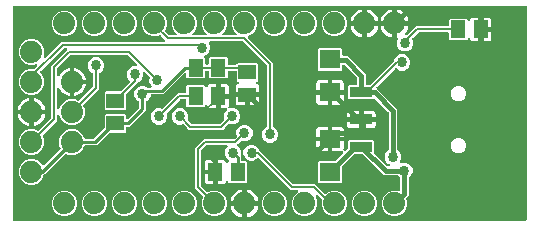
<source format=gbr>
G04 EAGLE Gerber RS-274X export*
G75*
%MOMM*%
%FSLAX34Y34*%
%LPD*%
%INBottom Copper*%
%IPPOS*%
%AMOC8*
5,1,8,0,0,1.08239X$1,22.5*%
G01*
%ADD10R,1.500000X1.300000*%
%ADD11R,1.300000X1.500000*%
%ADD12R,1.900000X0.900000*%
%ADD13R,1.900000X3.200000*%
%ADD14R,1.800000X1.600000*%
%ADD15C,1.879600*%
%ADD16C,0.406400*%
%ADD17C,0.858000*%
%ADD18C,0.203200*%
%ADD19C,0.254000*%

G36*
X436082Y2009D02*
X436082Y2009D01*
X436140Y2007D01*
X436222Y2029D01*
X436306Y2041D01*
X436359Y2064D01*
X436415Y2079D01*
X436488Y2122D01*
X436565Y2157D01*
X436610Y2195D01*
X436660Y2224D01*
X436718Y2286D01*
X436782Y2340D01*
X436814Y2389D01*
X436854Y2432D01*
X436893Y2507D01*
X436940Y2577D01*
X436957Y2633D01*
X436984Y2685D01*
X436995Y2753D01*
X437025Y2848D01*
X437028Y2948D01*
X437039Y3016D01*
X437039Y183014D01*
X437031Y183072D01*
X437033Y183130D01*
X437011Y183212D01*
X436999Y183296D01*
X436976Y183349D01*
X436961Y183405D01*
X436918Y183478D01*
X436883Y183555D01*
X436845Y183600D01*
X436816Y183650D01*
X436754Y183708D01*
X436700Y183772D01*
X436651Y183804D01*
X436608Y183844D01*
X436533Y183883D01*
X436463Y183930D01*
X436407Y183947D01*
X436355Y183974D01*
X436287Y183985D01*
X436192Y184015D01*
X436092Y184018D01*
X436024Y184029D01*
X3016Y184029D01*
X2958Y184021D01*
X2900Y184023D01*
X2818Y184001D01*
X2734Y183989D01*
X2681Y183966D01*
X2625Y183951D01*
X2552Y183908D01*
X2475Y183873D01*
X2430Y183835D01*
X2380Y183806D01*
X2322Y183744D01*
X2258Y183690D01*
X2226Y183641D01*
X2186Y183598D01*
X2147Y183523D01*
X2100Y183453D01*
X2083Y183397D01*
X2056Y183345D01*
X2045Y183277D01*
X2015Y183182D01*
X2012Y183082D01*
X2001Y183014D01*
X2001Y3016D01*
X2009Y2958D01*
X2007Y2900D01*
X2029Y2818D01*
X2041Y2734D01*
X2064Y2681D01*
X2079Y2625D01*
X2122Y2552D01*
X2157Y2475D01*
X2195Y2430D01*
X2224Y2380D01*
X2286Y2322D01*
X2340Y2258D01*
X2389Y2226D01*
X2432Y2186D01*
X2507Y2147D01*
X2577Y2100D01*
X2633Y2083D01*
X2685Y2056D01*
X2753Y2045D01*
X2848Y2015D01*
X2948Y2012D01*
X3016Y2001D01*
X436024Y2001D01*
X436082Y2009D01*
G37*
%LPC*%
G36*
X15607Y32257D02*
X15607Y32257D01*
X11593Y33920D01*
X8520Y36993D01*
X6857Y41007D01*
X6857Y45353D01*
X8520Y49367D01*
X11593Y52440D01*
X15607Y54103D01*
X19953Y54103D01*
X23967Y52440D01*
X27073Y49334D01*
X27116Y49251D01*
X27135Y49231D01*
X27149Y49208D01*
X27233Y49129D01*
X27312Y49045D01*
X27336Y49031D01*
X27356Y49012D01*
X27458Y48960D01*
X27557Y48902D01*
X27584Y48895D01*
X27608Y48882D01*
X27721Y48860D01*
X27833Y48831D01*
X27860Y48832D01*
X27887Y48827D01*
X28002Y48837D01*
X28117Y48841D01*
X28143Y48849D01*
X28171Y48851D01*
X28278Y48893D01*
X28387Y48928D01*
X28407Y48942D01*
X28436Y48953D01*
X28649Y49115D01*
X28660Y49123D01*
X28662Y49125D01*
X28663Y49125D01*
X42073Y62535D01*
X42074Y62536D01*
X42075Y62537D01*
X42163Y62656D01*
X42244Y62762D01*
X42244Y62764D01*
X42245Y62765D01*
X42296Y62899D01*
X42345Y63028D01*
X42345Y63030D01*
X42346Y63031D01*
X42357Y63176D01*
X42368Y63311D01*
X42368Y63313D01*
X42368Y63314D01*
X42365Y63330D01*
X42313Y63590D01*
X42299Y63617D01*
X42293Y63642D01*
X41147Y66407D01*
X41147Y70753D01*
X42810Y74767D01*
X45883Y77840D01*
X49897Y79503D01*
X54243Y79503D01*
X58257Y77840D01*
X61330Y74767D01*
X62475Y72001D01*
X62476Y72000D01*
X62477Y71999D01*
X62547Y71880D01*
X62620Y71757D01*
X62621Y71756D01*
X62622Y71754D01*
X62726Y71657D01*
X62827Y71561D01*
X62828Y71561D01*
X62829Y71560D01*
X62956Y71495D01*
X63079Y71431D01*
X63081Y71431D01*
X63082Y71430D01*
X63097Y71428D01*
X63358Y71376D01*
X63389Y71379D01*
X63413Y71375D01*
X70152Y71375D01*
X70238Y71387D01*
X70326Y71390D01*
X70379Y71407D01*
X70433Y71415D01*
X70513Y71450D01*
X70596Y71477D01*
X70636Y71505D01*
X70693Y71531D01*
X70806Y71627D01*
X70870Y71672D01*
X79578Y80380D01*
X79630Y80450D01*
X79690Y80514D01*
X79716Y80563D01*
X79749Y80607D01*
X79780Y80689D01*
X79820Y80767D01*
X79828Y80815D01*
X79850Y80873D01*
X79862Y81021D01*
X79875Y81098D01*
X79875Y91612D01*
X80768Y92505D01*
X97032Y92505D01*
X97925Y91612D01*
X97925Y89088D01*
X97929Y89059D01*
X97926Y89030D01*
X97949Y88919D01*
X97965Y88807D01*
X97977Y88780D01*
X97982Y88751D01*
X98034Y88651D01*
X98081Y88547D01*
X98100Y88525D01*
X98113Y88499D01*
X98191Y88417D01*
X98264Y88330D01*
X98289Y88314D01*
X98309Y88293D01*
X98407Y88235D01*
X98501Y88173D01*
X98529Y88164D01*
X98554Y88149D01*
X98664Y88121D01*
X98772Y88087D01*
X98802Y88086D01*
X98830Y88079D01*
X98943Y88082D01*
X99056Y88080D01*
X99085Y88087D01*
X99114Y88088D01*
X99222Y88123D01*
X99331Y88151D01*
X99357Y88166D01*
X99385Y88175D01*
X99448Y88221D01*
X99576Y88297D01*
X99619Y88342D01*
X99658Y88370D01*
X108668Y97380D01*
X108720Y97450D01*
X108780Y97514D01*
X108806Y97563D01*
X108839Y97607D01*
X108870Y97689D01*
X108910Y97767D01*
X108918Y97815D01*
X108940Y97873D01*
X108952Y98021D01*
X108965Y98098D01*
X108965Y102306D01*
X108965Y102307D01*
X108965Y102309D01*
X108945Y102448D01*
X108925Y102587D01*
X108925Y102589D01*
X108925Y102590D01*
X108868Y102715D01*
X108809Y102847D01*
X108808Y102848D01*
X108807Y102849D01*
X108714Y102959D01*
X108626Y103064D01*
X108624Y103065D01*
X108623Y103066D01*
X108610Y103074D01*
X108389Y103221D01*
X108360Y103231D01*
X108338Y103244D01*
X107891Y103429D01*
X105969Y105351D01*
X104929Y107861D01*
X104929Y110579D01*
X105969Y113089D01*
X107891Y115011D01*
X110401Y116051D01*
X113119Y116051D01*
X115629Y115011D01*
X115788Y114852D01*
X115858Y114800D01*
X115922Y114740D01*
X115971Y114714D01*
X116015Y114681D01*
X116097Y114650D01*
X116175Y114610D01*
X116222Y114602D01*
X116281Y114580D01*
X116429Y114568D01*
X116506Y114555D01*
X118444Y114555D01*
X118473Y114559D01*
X118502Y114556D01*
X118613Y114579D01*
X118726Y114595D01*
X118752Y114607D01*
X118781Y114612D01*
X118882Y114665D01*
X118985Y114711D01*
X119007Y114730D01*
X119033Y114743D01*
X119116Y114821D01*
X119202Y114894D01*
X119218Y114919D01*
X119240Y114939D01*
X119297Y115037D01*
X119360Y115131D01*
X119368Y115159D01*
X119383Y115184D01*
X119411Y115294D01*
X119445Y115402D01*
X119446Y115432D01*
X119453Y115460D01*
X119450Y115573D01*
X119453Y115686D01*
X119445Y115715D01*
X119444Y115744D01*
X119409Y115852D01*
X119381Y115961D01*
X119366Y115987D01*
X119357Y116015D01*
X119311Y116079D01*
X119236Y116206D01*
X119190Y116249D01*
X119162Y116288D01*
X118669Y116781D01*
X117629Y119291D01*
X117629Y122009D01*
X117920Y122711D01*
X117920Y122712D01*
X117921Y122713D01*
X117954Y122844D01*
X117991Y122986D01*
X117991Y122987D01*
X117991Y122989D01*
X117987Y123126D01*
X117983Y123270D01*
X117982Y123272D01*
X117982Y123273D01*
X117939Y123406D01*
X117896Y123541D01*
X117895Y123542D01*
X117895Y123544D01*
X117886Y123556D01*
X117738Y123777D01*
X117714Y123797D01*
X117700Y123817D01*
X113974Y127543D01*
X113950Y127561D01*
X113931Y127583D01*
X113837Y127646D01*
X113747Y127714D01*
X113719Y127724D01*
X113695Y127741D01*
X113587Y127775D01*
X113481Y127815D01*
X113452Y127818D01*
X113424Y127826D01*
X113310Y127829D01*
X113198Y127839D01*
X113169Y127833D01*
X113140Y127834D01*
X113030Y127805D01*
X112919Y127783D01*
X112893Y127769D01*
X112865Y127762D01*
X112767Y127704D01*
X112667Y127652D01*
X112645Y127632D01*
X112620Y127617D01*
X112543Y127534D01*
X112461Y127456D01*
X112446Y127431D01*
X112426Y127409D01*
X112374Y127308D01*
X112317Y127211D01*
X112310Y127182D01*
X112296Y127156D01*
X112283Y127079D01*
X112247Y126935D01*
X112249Y126873D01*
X112241Y126825D01*
X112241Y124371D01*
X111201Y121861D01*
X109279Y119939D01*
X108577Y119648D01*
X108576Y119648D01*
X108575Y119647D01*
X108457Y119577D01*
X108333Y119504D01*
X108331Y119503D01*
X108330Y119502D01*
X108235Y119400D01*
X108137Y119297D01*
X108137Y119296D01*
X108136Y119295D01*
X108071Y119169D01*
X108007Y119045D01*
X108007Y119043D01*
X108006Y119042D01*
X108004Y119027D01*
X107995Y118982D01*
X98222Y109209D01*
X98170Y109139D01*
X98110Y109075D01*
X98084Y109026D01*
X98051Y108982D01*
X98020Y108900D01*
X97980Y108822D01*
X97972Y108775D01*
X97950Y108716D01*
X97938Y108568D01*
X97925Y108491D01*
X97925Y96348D01*
X97032Y95455D01*
X80768Y95455D01*
X79875Y96348D01*
X79875Y110612D01*
X80768Y111505D01*
X92911Y111505D01*
X92998Y111517D01*
X93085Y111520D01*
X93138Y111537D01*
X93193Y111545D01*
X93272Y111580D01*
X93356Y111607D01*
X93395Y111635D01*
X93452Y111661D01*
X93565Y111757D01*
X93629Y111802D01*
X100935Y119109D01*
X100971Y119155D01*
X101013Y119196D01*
X101056Y119268D01*
X101106Y119336D01*
X101127Y119391D01*
X101157Y119441D01*
X101178Y119523D01*
X101208Y119601D01*
X101212Y119660D01*
X101227Y119716D01*
X101224Y119801D01*
X101231Y119885D01*
X101220Y119942D01*
X101218Y120001D01*
X101192Y120081D01*
X101175Y120164D01*
X101148Y120215D01*
X101130Y120271D01*
X101090Y120327D01*
X101044Y120416D01*
X100976Y120488D01*
X100935Y120544D01*
X99619Y121861D01*
X98579Y124371D01*
X98579Y127089D01*
X99619Y129599D01*
X101541Y131521D01*
X104051Y132561D01*
X106505Y132561D01*
X106534Y132565D01*
X106563Y132562D01*
X106674Y132585D01*
X106787Y132601D01*
X106813Y132613D01*
X106842Y132618D01*
X106943Y132670D01*
X107046Y132717D01*
X107068Y132736D01*
X107094Y132749D01*
X107176Y132827D01*
X107263Y132900D01*
X107279Y132925D01*
X107301Y132945D01*
X107358Y133043D01*
X107421Y133137D01*
X107429Y133165D01*
X107444Y133190D01*
X107472Y133300D01*
X107506Y133408D01*
X107507Y133438D01*
X107514Y133466D01*
X107511Y133579D01*
X107514Y133692D01*
X107506Y133721D01*
X107505Y133750D01*
X107470Y133858D01*
X107442Y133967D01*
X107427Y133993D01*
X107418Y134021D01*
X107372Y134084D01*
X107297Y134212D01*
X107251Y134255D01*
X107223Y134294D01*
X99575Y141942D01*
X99505Y141994D01*
X99441Y142054D01*
X99392Y142080D01*
X99348Y142113D01*
X99266Y142144D01*
X99188Y142184D01*
X99141Y142192D01*
X99082Y142214D01*
X98934Y142226D01*
X98857Y142239D01*
X50978Y142239D01*
X50891Y142227D01*
X50804Y142224D01*
X50751Y142207D01*
X50696Y142199D01*
X50616Y142164D01*
X50533Y142137D01*
X50494Y142109D01*
X50437Y142083D01*
X50324Y141987D01*
X50260Y141942D01*
X39668Y131350D01*
X39616Y131280D01*
X39556Y131216D01*
X39530Y131167D01*
X39497Y131123D01*
X39466Y131041D01*
X39426Y130963D01*
X39418Y130916D01*
X39396Y130857D01*
X39384Y130710D01*
X39371Y130632D01*
X39371Y124982D01*
X39377Y124937D01*
X39375Y124890D01*
X39397Y124796D01*
X39411Y124701D01*
X39429Y124659D01*
X39440Y124614D01*
X39487Y124529D01*
X39527Y124441D01*
X39557Y124406D01*
X39579Y124366D01*
X39648Y124298D01*
X39710Y124224D01*
X39749Y124199D01*
X39782Y124166D01*
X39867Y124120D01*
X39947Y124067D01*
X39991Y124053D01*
X40032Y124031D01*
X40126Y124010D01*
X40218Y123981D01*
X40264Y123980D01*
X40309Y123970D01*
X40406Y123976D01*
X40502Y123974D01*
X40547Y123986D01*
X40593Y123989D01*
X40684Y124021D01*
X40777Y124046D01*
X40817Y124069D01*
X40861Y124085D01*
X40939Y124142D01*
X41022Y124191D01*
X41053Y124225D01*
X41091Y124252D01*
X41136Y124312D01*
X41216Y124398D01*
X41254Y124473D01*
X41291Y124521D01*
X41859Y125637D01*
X42964Y127158D01*
X44292Y128486D01*
X45813Y129591D01*
X47487Y130444D01*
X49274Y131025D01*
X50039Y131146D01*
X50039Y120396D01*
X50047Y120338D01*
X50045Y120280D01*
X50067Y120198D01*
X50079Y120115D01*
X50103Y120061D01*
X50117Y120005D01*
X50160Y119932D01*
X50195Y119855D01*
X50233Y119811D01*
X50263Y119760D01*
X50324Y119703D01*
X50379Y119638D01*
X50427Y119606D01*
X50470Y119566D01*
X50545Y119527D01*
X50615Y119481D01*
X50671Y119463D01*
X50723Y119436D01*
X50791Y119425D01*
X50886Y119395D01*
X50986Y119392D01*
X51054Y119381D01*
X52071Y119381D01*
X52071Y119379D01*
X51054Y119379D01*
X50996Y119371D01*
X50938Y119372D01*
X50856Y119351D01*
X50773Y119339D01*
X50719Y119315D01*
X50663Y119301D01*
X50590Y119258D01*
X50513Y119223D01*
X50468Y119185D01*
X50418Y119155D01*
X50360Y119094D01*
X50296Y119039D01*
X50264Y118991D01*
X50224Y118948D01*
X50185Y118873D01*
X50139Y118803D01*
X50121Y118747D01*
X50094Y118695D01*
X50083Y118627D01*
X50053Y118532D01*
X50050Y118432D01*
X50039Y118364D01*
X50039Y107614D01*
X49274Y107735D01*
X47487Y108316D01*
X45813Y109169D01*
X44292Y110274D01*
X42964Y111602D01*
X41859Y113123D01*
X41291Y114239D01*
X41264Y114276D01*
X41245Y114319D01*
X41183Y114392D01*
X41127Y114471D01*
X41091Y114500D01*
X41061Y114536D01*
X40981Y114589D01*
X40906Y114650D01*
X40863Y114667D01*
X40825Y114693D01*
X40733Y114722D01*
X40644Y114760D01*
X40598Y114765D01*
X40554Y114779D01*
X40457Y114781D01*
X40361Y114793D01*
X40316Y114785D01*
X40270Y114786D01*
X40176Y114762D01*
X40081Y114746D01*
X40039Y114726D01*
X39995Y114714D01*
X39912Y114665D01*
X39824Y114623D01*
X39790Y114593D01*
X39750Y114569D01*
X39684Y114499D01*
X39612Y114435D01*
X39587Y114396D01*
X39556Y114362D01*
X39512Y114276D01*
X39460Y114194D01*
X39447Y114150D01*
X39426Y114109D01*
X39414Y114034D01*
X39381Y113921D01*
X39381Y113838D01*
X39371Y113778D01*
X39371Y96968D01*
X39383Y96883D01*
X39385Y96797D01*
X39403Y96743D01*
X39411Y96686D01*
X39446Y96608D01*
X39472Y96526D01*
X39504Y96479D01*
X39527Y96427D01*
X39582Y96361D01*
X39630Y96290D01*
X39674Y96253D01*
X39710Y96210D01*
X39782Y96162D01*
X39848Y96107D01*
X39900Y96084D01*
X39947Y96052D01*
X40029Y96026D01*
X40108Y95991D01*
X40164Y95984D01*
X40218Y95966D01*
X40304Y95964D01*
X40389Y95952D01*
X40445Y95961D01*
X40502Y95959D01*
X40585Y95981D01*
X40670Y95993D01*
X40722Y96017D01*
X40777Y96031D01*
X40851Y96075D01*
X40930Y96110D01*
X40973Y96147D01*
X41022Y96176D01*
X41081Y96239D01*
X41146Y96295D01*
X41172Y96337D01*
X41216Y96384D01*
X41282Y96513D01*
X41324Y96579D01*
X42810Y100167D01*
X45883Y103240D01*
X49897Y104903D01*
X54243Y104903D01*
X57262Y103652D01*
X57264Y103651D01*
X57265Y103651D01*
X57400Y103617D01*
X57538Y103581D01*
X57539Y103581D01*
X57541Y103581D01*
X57681Y103585D01*
X57822Y103589D01*
X57823Y103590D01*
X57825Y103590D01*
X57958Y103633D01*
X58093Y103676D01*
X58094Y103677D01*
X58095Y103677D01*
X58108Y103686D01*
X58329Y103834D01*
X58348Y103857D01*
X58369Y103872D01*
X69552Y115055D01*
X69604Y115125D01*
X69664Y115189D01*
X69690Y115238D01*
X69723Y115282D01*
X69754Y115364D01*
X69794Y115442D01*
X69802Y115489D01*
X69824Y115548D01*
X69836Y115696D01*
X69849Y115773D01*
X69849Y126331D01*
X69849Y126332D01*
X69849Y126334D01*
X69829Y126473D01*
X69809Y126612D01*
X69809Y126613D01*
X69809Y126615D01*
X69750Y126745D01*
X69693Y126871D01*
X69692Y126873D01*
X69691Y126874D01*
X69604Y126977D01*
X69510Y127088D01*
X69508Y127089D01*
X69507Y127091D01*
X69495Y127098D01*
X69273Y127246D01*
X69244Y127255D01*
X69223Y127268D01*
X68521Y127559D01*
X66599Y129481D01*
X65559Y131991D01*
X65559Y134709D01*
X66599Y137219D01*
X68521Y139141D01*
X71031Y140181D01*
X73749Y140181D01*
X76259Y139141D01*
X78181Y137219D01*
X79221Y134709D01*
X79221Y131991D01*
X78181Y129481D01*
X76259Y127559D01*
X75557Y127268D01*
X75556Y127268D01*
X75555Y127267D01*
X75438Y127198D01*
X75313Y127124D01*
X75311Y127123D01*
X75310Y127122D01*
X75215Y127020D01*
X75117Y126917D01*
X75117Y126916D01*
X75116Y126915D01*
X75050Y126786D01*
X74987Y126665D01*
X74987Y126663D01*
X74986Y126662D01*
X74984Y126647D01*
X74932Y126386D01*
X74935Y126355D01*
X74931Y126331D01*
X74931Y113248D01*
X61962Y100279D01*
X61961Y100278D01*
X61960Y100277D01*
X61875Y100163D01*
X61791Y100052D01*
X61791Y100050D01*
X61790Y100049D01*
X61739Y99915D01*
X61690Y99786D01*
X61690Y99784D01*
X61689Y99783D01*
X61677Y99633D01*
X61666Y99503D01*
X61667Y99501D01*
X61666Y99500D01*
X61670Y99484D01*
X61722Y99224D01*
X61736Y99197D01*
X61742Y99172D01*
X62993Y96153D01*
X62993Y91807D01*
X61330Y87793D01*
X58257Y84720D01*
X54243Y83057D01*
X49897Y83057D01*
X45883Y84720D01*
X42810Y87793D01*
X41324Y91381D01*
X41280Y91455D01*
X41245Y91533D01*
X41208Y91577D01*
X41179Y91626D01*
X41117Y91685D01*
X41061Y91750D01*
X41014Y91782D01*
X40973Y91821D01*
X40896Y91860D01*
X40825Y91908D01*
X40771Y91925D01*
X40720Y91951D01*
X40636Y91968D01*
X40554Y91994D01*
X40497Y91995D01*
X40441Y92006D01*
X40356Y91999D01*
X40270Y92001D01*
X40215Y91986D01*
X40158Y91982D01*
X40078Y91951D01*
X39995Y91929D01*
X39946Y91900D01*
X39893Y91880D01*
X39824Y91828D01*
X39750Y91784D01*
X39711Y91742D01*
X39666Y91708D01*
X39614Y91639D01*
X39556Y91576D01*
X39530Y91526D01*
X39496Y91480D01*
X39465Y91400D01*
X39426Y91323D01*
X39418Y91275D01*
X39395Y91214D01*
X39384Y91070D01*
X39371Y90992D01*
X39371Y86578D01*
X27672Y74879D01*
X27671Y74878D01*
X27670Y74877D01*
X27582Y74759D01*
X27501Y74652D01*
X27501Y74650D01*
X27500Y74649D01*
X27449Y74516D01*
X27400Y74386D01*
X27400Y74384D01*
X27399Y74383D01*
X27388Y74238D01*
X27376Y74103D01*
X27377Y74101D01*
X27376Y74100D01*
X27380Y74084D01*
X27432Y73824D01*
X27446Y73797D01*
X27452Y73772D01*
X28703Y70753D01*
X28703Y66407D01*
X27040Y62393D01*
X23967Y59320D01*
X19953Y57657D01*
X15607Y57657D01*
X11593Y59320D01*
X8520Y62393D01*
X6857Y66407D01*
X6857Y70753D01*
X8520Y74767D01*
X11593Y77840D01*
X15607Y79503D01*
X19953Y79503D01*
X22972Y78252D01*
X22974Y78251D01*
X22975Y78251D01*
X23110Y78217D01*
X23248Y78181D01*
X23249Y78181D01*
X23251Y78181D01*
X23391Y78185D01*
X23532Y78189D01*
X23533Y78190D01*
X23535Y78190D01*
X23668Y78233D01*
X23803Y78276D01*
X23804Y78277D01*
X23805Y78277D01*
X23818Y78286D01*
X24039Y78434D01*
X24058Y78457D01*
X24079Y78472D01*
X33992Y88385D01*
X34044Y88455D01*
X34104Y88519D01*
X34130Y88568D01*
X34163Y88612D01*
X34194Y88694D01*
X34234Y88772D01*
X34242Y88819D01*
X34264Y88878D01*
X34276Y89026D01*
X34289Y89103D01*
X34289Y133158D01*
X46667Y145535D01*
X47762Y146630D01*
X47779Y146654D01*
X47802Y146673D01*
X47865Y146767D01*
X47933Y146857D01*
X47943Y146885D01*
X47959Y146909D01*
X47994Y147017D01*
X48034Y147123D01*
X48036Y147152D01*
X48045Y147180D01*
X48048Y147294D01*
X48057Y147406D01*
X48052Y147435D01*
X48052Y147464D01*
X48024Y147574D01*
X48002Y147685D01*
X47988Y147711D01*
X47981Y147739D01*
X47923Y147837D01*
X47871Y147937D01*
X47850Y147959D01*
X47835Y147984D01*
X47753Y148061D01*
X47675Y148143D01*
X47650Y148158D01*
X47628Y148178D01*
X47527Y148230D01*
X47430Y148287D01*
X47401Y148294D01*
X47375Y148308D01*
X47298Y148321D01*
X47154Y148357D01*
X47092Y148355D01*
X47044Y148363D01*
X45697Y148363D01*
X45610Y148351D01*
X45523Y148348D01*
X45470Y148331D01*
X45415Y148323D01*
X45336Y148288D01*
X45252Y148261D01*
X45213Y148233D01*
X45156Y148207D01*
X45043Y148111D01*
X44979Y148066D01*
X25478Y128565D01*
X25443Y128518D01*
X25400Y128478D01*
X25358Y128405D01*
X25307Y128338D01*
X25286Y128283D01*
X25257Y128233D01*
X25236Y128151D01*
X25206Y128072D01*
X25201Y128014D01*
X25187Y127957D01*
X25189Y127873D01*
X25182Y127789D01*
X25194Y127731D01*
X25196Y127673D01*
X25222Y127593D01*
X25238Y127510D01*
X25265Y127458D01*
X25283Y127402D01*
X25323Y127346D01*
X25369Y127258D01*
X25438Y127185D01*
X25478Y127129D01*
X27040Y125567D01*
X28703Y121553D01*
X28703Y117207D01*
X27040Y113193D01*
X23967Y110120D01*
X19953Y108457D01*
X15607Y108457D01*
X11593Y110120D01*
X8520Y113193D01*
X6857Y117207D01*
X6857Y121553D01*
X8520Y125567D01*
X11593Y128640D01*
X15607Y130303D01*
X19609Y130303D01*
X19696Y130315D01*
X19783Y130318D01*
X19836Y130335D01*
X19891Y130343D01*
X19970Y130378D01*
X20054Y130405D01*
X20093Y130433D01*
X20150Y130459D01*
X20263Y130555D01*
X20327Y130600D01*
X22543Y132816D01*
X22595Y132885D01*
X22654Y132947D01*
X22680Y132998D01*
X22714Y133043D01*
X22744Y133124D01*
X22784Y133200D01*
X22795Y133256D01*
X22815Y133309D01*
X22822Y133395D01*
X22839Y133479D01*
X22834Y133536D01*
X22839Y133592D01*
X22822Y133676D01*
X22814Y133762D01*
X22794Y133815D01*
X22783Y133871D01*
X22743Y133947D01*
X22712Y134027D01*
X22678Y134073D01*
X22652Y134123D01*
X22593Y134185D01*
X22541Y134254D01*
X22495Y134288D01*
X22456Y134329D01*
X22382Y134373D01*
X22313Y134424D01*
X22260Y134444D01*
X22211Y134473D01*
X22127Y134494D01*
X22047Y134525D01*
X21990Y134529D01*
X21935Y134543D01*
X21849Y134540D01*
X21764Y134547D01*
X21715Y134536D01*
X21651Y134534D01*
X21513Y134490D01*
X21436Y134472D01*
X19953Y133857D01*
X15607Y133857D01*
X11593Y135520D01*
X8520Y138593D01*
X6857Y142607D01*
X6857Y146953D01*
X8520Y150967D01*
X11593Y154040D01*
X15607Y155703D01*
X19953Y155703D01*
X23967Y154040D01*
X27040Y150967D01*
X28703Y146953D01*
X28703Y142607D01*
X28088Y141124D01*
X28067Y141040D01*
X28036Y140960D01*
X28031Y140903D01*
X28017Y140848D01*
X28020Y140762D01*
X28013Y140677D01*
X28024Y140621D01*
X28025Y140564D01*
X28052Y140482D01*
X28068Y140398D01*
X28095Y140347D01*
X28112Y140293D01*
X28160Y140222D01*
X28199Y140146D01*
X28239Y140104D01*
X28270Y140057D01*
X28336Y140002D01*
X28395Y139940D01*
X28444Y139911D01*
X28488Y139874D01*
X28566Y139839D01*
X28640Y139796D01*
X28696Y139782D01*
X28748Y139759D01*
X28833Y139747D01*
X28916Y139726D01*
X28973Y139728D01*
X29029Y139720D01*
X29114Y139732D01*
X29200Y139735D01*
X29254Y139752D01*
X29311Y139760D01*
X29389Y139796D01*
X29471Y139822D01*
X29511Y139851D01*
X29570Y139877D01*
X29680Y139972D01*
X29744Y140017D01*
X43172Y153445D01*
X130071Y153445D01*
X130100Y153449D01*
X130129Y153446D01*
X130240Y153469D01*
X130353Y153485D01*
X130379Y153497D01*
X130408Y153502D01*
X130509Y153554D01*
X130612Y153601D01*
X130634Y153620D01*
X130660Y153633D01*
X130743Y153711D01*
X130829Y153784D01*
X130845Y153809D01*
X130867Y153829D01*
X130924Y153927D01*
X130987Y154021D01*
X130995Y154049D01*
X131010Y154074D01*
X131038Y154184D01*
X131072Y154292D01*
X131073Y154322D01*
X131080Y154350D01*
X131077Y154463D01*
X131080Y154576D01*
X131072Y154605D01*
X131071Y154634D01*
X131036Y154742D01*
X131008Y154851D01*
X130993Y154877D01*
X130984Y154905D01*
X130938Y154968D01*
X130863Y155096D01*
X130817Y155139D01*
X130789Y155178D01*
X127321Y158646D01*
X127320Y158647D01*
X127319Y158648D01*
X127203Y158734D01*
X127094Y158817D01*
X127092Y158817D01*
X127091Y158818D01*
X126957Y158869D01*
X126828Y158918D01*
X126826Y158918D01*
X126825Y158919D01*
X126686Y158930D01*
X126545Y158942D01*
X126543Y158941D01*
X126542Y158942D01*
X126527Y158938D01*
X126266Y158886D01*
X126239Y158872D01*
X126214Y158866D01*
X124093Y157987D01*
X119747Y157987D01*
X115733Y159650D01*
X112660Y162723D01*
X110997Y166737D01*
X110997Y171083D01*
X112660Y175097D01*
X115733Y178170D01*
X119747Y179833D01*
X124093Y179833D01*
X128107Y178170D01*
X131180Y175097D01*
X132843Y171083D01*
X132843Y166737D01*
X131220Y162820D01*
X131220Y162818D01*
X131219Y162817D01*
X131185Y162682D01*
X131149Y162544D01*
X131149Y162543D01*
X131149Y162541D01*
X131153Y162401D01*
X131157Y162260D01*
X131158Y162259D01*
X131158Y162257D01*
X131201Y162124D01*
X131244Y161989D01*
X131245Y161988D01*
X131245Y161986D01*
X131254Y161974D01*
X131382Y161782D01*
X131387Y161774D01*
X131389Y161773D01*
X131402Y161753D01*
X131425Y161733D01*
X131440Y161713D01*
X134105Y159048D01*
X134175Y158996D01*
X134239Y158936D01*
X134288Y158910D01*
X134332Y158877D01*
X134414Y158846D01*
X134492Y158806D01*
X134539Y158798D01*
X134598Y158776D01*
X134746Y158764D01*
X134823Y158751D01*
X139581Y158751D01*
X139610Y158755D01*
X139639Y158752D01*
X139751Y158775D01*
X139863Y158791D01*
X139889Y158803D01*
X139918Y158808D01*
X140019Y158861D01*
X140122Y158907D01*
X140144Y158926D01*
X140171Y158939D01*
X140253Y159017D01*
X140339Y159090D01*
X140355Y159115D01*
X140377Y159135D01*
X140434Y159233D01*
X140497Y159327D01*
X140506Y159355D01*
X140520Y159380D01*
X140548Y159490D01*
X140582Y159598D01*
X140583Y159628D01*
X140590Y159656D01*
X140587Y159769D01*
X140590Y159882D01*
X140582Y159911D01*
X140581Y159940D01*
X140546Y160048D01*
X140518Y160157D01*
X140503Y160183D01*
X140494Y160211D01*
X140448Y160274D01*
X140373Y160402D01*
X140327Y160445D01*
X140299Y160484D01*
X138060Y162723D01*
X136397Y166737D01*
X136397Y171083D01*
X138060Y175097D01*
X141133Y178170D01*
X145147Y179833D01*
X149493Y179833D01*
X153507Y178170D01*
X156580Y175097D01*
X158243Y171083D01*
X158243Y166737D01*
X156580Y162723D01*
X154341Y160484D01*
X154323Y160460D01*
X154301Y160441D01*
X154238Y160347D01*
X154170Y160257D01*
X154160Y160229D01*
X154143Y160205D01*
X154109Y160097D01*
X154069Y159991D01*
X154066Y159962D01*
X154058Y159934D01*
X154055Y159820D01*
X154045Y159708D01*
X154051Y159679D01*
X154050Y159650D01*
X154079Y159540D01*
X154101Y159429D01*
X154115Y159403D01*
X154122Y159375D01*
X154180Y159277D01*
X154232Y159177D01*
X154252Y159155D01*
X154267Y159130D01*
X154350Y159053D01*
X154428Y158971D01*
X154453Y158956D01*
X154475Y158936D01*
X154575Y158884D01*
X154673Y158827D01*
X154702Y158820D01*
X154728Y158806D01*
X154805Y158793D01*
X154949Y158757D01*
X155011Y158759D01*
X155059Y158751D01*
X164981Y158751D01*
X165010Y158755D01*
X165039Y158752D01*
X165151Y158775D01*
X165263Y158791D01*
X165289Y158803D01*
X165318Y158808D01*
X165419Y158861D01*
X165522Y158907D01*
X165544Y158926D01*
X165571Y158939D01*
X165653Y159017D01*
X165739Y159090D01*
X165755Y159115D01*
X165777Y159135D01*
X165834Y159233D01*
X165897Y159327D01*
X165906Y159355D01*
X165920Y159380D01*
X165948Y159490D01*
X165982Y159598D01*
X165983Y159628D01*
X165990Y159656D01*
X165987Y159769D01*
X165990Y159882D01*
X165982Y159911D01*
X165981Y159940D01*
X165946Y160048D01*
X165918Y160157D01*
X165903Y160183D01*
X165894Y160211D01*
X165848Y160274D01*
X165773Y160402D01*
X165727Y160445D01*
X165699Y160484D01*
X163460Y162723D01*
X161797Y166737D01*
X161797Y171083D01*
X163460Y175097D01*
X166533Y178170D01*
X170547Y179833D01*
X174893Y179833D01*
X178907Y178170D01*
X181980Y175097D01*
X183643Y171083D01*
X183643Y166737D01*
X181980Y162723D01*
X179741Y160484D01*
X179723Y160460D01*
X179701Y160441D01*
X179638Y160347D01*
X179570Y160257D01*
X179560Y160229D01*
X179543Y160205D01*
X179509Y160097D01*
X179469Y159991D01*
X179466Y159962D01*
X179458Y159934D01*
X179455Y159820D01*
X179445Y159708D01*
X179451Y159679D01*
X179450Y159650D01*
X179479Y159540D01*
X179501Y159429D01*
X179515Y159403D01*
X179522Y159375D01*
X179580Y159277D01*
X179632Y159177D01*
X179652Y159155D01*
X179667Y159130D01*
X179750Y159053D01*
X179828Y158971D01*
X179853Y158956D01*
X179875Y158936D01*
X179975Y158884D01*
X180073Y158827D01*
X180102Y158820D01*
X180128Y158806D01*
X180205Y158793D01*
X180349Y158757D01*
X180411Y158759D01*
X180459Y158751D01*
X190381Y158751D01*
X190410Y158755D01*
X190439Y158752D01*
X190551Y158775D01*
X190663Y158791D01*
X190689Y158803D01*
X190718Y158808D01*
X190819Y158861D01*
X190922Y158907D01*
X190944Y158926D01*
X190971Y158939D01*
X191053Y159017D01*
X191139Y159090D01*
X191155Y159115D01*
X191177Y159135D01*
X191234Y159233D01*
X191297Y159327D01*
X191306Y159355D01*
X191320Y159380D01*
X191348Y159490D01*
X191382Y159598D01*
X191383Y159628D01*
X191390Y159656D01*
X191387Y159769D01*
X191390Y159882D01*
X191382Y159911D01*
X191381Y159940D01*
X191346Y160048D01*
X191318Y160157D01*
X191303Y160183D01*
X191294Y160211D01*
X191248Y160274D01*
X191173Y160402D01*
X191127Y160445D01*
X191099Y160484D01*
X188860Y162723D01*
X187197Y166737D01*
X187197Y171083D01*
X188860Y175097D01*
X191933Y178170D01*
X195947Y179833D01*
X200293Y179833D01*
X204307Y178170D01*
X207380Y175097D01*
X209043Y171083D01*
X209043Y166737D01*
X207380Y162723D01*
X204307Y159650D01*
X201444Y158464D01*
X201345Y158406D01*
X201243Y158353D01*
X201223Y158334D01*
X201199Y158320D01*
X201120Y158236D01*
X201037Y158157D01*
X201023Y158133D01*
X201004Y158113D01*
X200952Y158011D01*
X200893Y157912D01*
X200887Y157885D01*
X200874Y157860D01*
X200852Y157747D01*
X200823Y157636D01*
X200824Y157609D01*
X200819Y157581D01*
X200829Y157467D01*
X200832Y157352D01*
X200841Y157326D01*
X200843Y157298D01*
X200885Y157191D01*
X200920Y157082D01*
X200934Y157061D01*
X200945Y157033D01*
X201106Y156820D01*
X201115Y156808D01*
X222251Y135672D01*
X222251Y81949D01*
X222251Y81948D01*
X222251Y81946D01*
X222271Y81806D01*
X222291Y81668D01*
X222291Y81667D01*
X222291Y81665D01*
X222351Y81533D01*
X222407Y81409D01*
X222408Y81407D01*
X222409Y81406D01*
X222500Y81299D01*
X222590Y81192D01*
X222592Y81191D01*
X222593Y81189D01*
X222605Y81182D01*
X222827Y81034D01*
X222856Y81025D01*
X222877Y81012D01*
X223579Y80721D01*
X225501Y78799D01*
X226541Y76289D01*
X226541Y73571D01*
X225501Y71061D01*
X223579Y69139D01*
X221069Y68099D01*
X218351Y68099D01*
X215841Y69139D01*
X213919Y71061D01*
X212879Y73571D01*
X212879Y76289D01*
X213919Y78799D01*
X215841Y80721D01*
X216543Y81012D01*
X216544Y81012D01*
X216545Y81013D01*
X216662Y81082D01*
X216787Y81156D01*
X216789Y81157D01*
X216790Y81158D01*
X216885Y81260D01*
X216983Y81363D01*
X216983Y81364D01*
X216984Y81365D01*
X217048Y81490D01*
X217113Y81615D01*
X217113Y81617D01*
X217114Y81618D01*
X217116Y81633D01*
X217168Y81894D01*
X217165Y81925D01*
X217169Y81949D01*
X217169Y133147D01*
X217157Y133234D01*
X217154Y133321D01*
X217137Y133374D01*
X217129Y133429D01*
X217094Y133508D01*
X217067Y133592D01*
X217039Y133631D01*
X217013Y133688D01*
X216917Y133801D01*
X216872Y133865D01*
X197365Y153372D01*
X197295Y153424D01*
X197231Y153484D01*
X197182Y153510D01*
X197138Y153543D01*
X197056Y153574D01*
X196978Y153614D01*
X196931Y153622D01*
X196872Y153644D01*
X196724Y153656D01*
X196647Y153669D01*
X169107Y153669D01*
X168993Y153653D01*
X168879Y153643D01*
X168853Y153633D01*
X168825Y153629D01*
X168720Y153582D01*
X168613Y153541D01*
X168591Y153525D01*
X168566Y153513D01*
X168478Y153439D01*
X168387Y153370D01*
X168370Y153347D01*
X168349Y153330D01*
X168285Y153234D01*
X168216Y153142D01*
X168207Y153116D01*
X168191Y153093D01*
X168157Y152983D01*
X168116Y152876D01*
X168114Y152848D01*
X168105Y152822D01*
X168102Y152707D01*
X168093Y152593D01*
X168099Y152568D01*
X168098Y152538D01*
X168165Y152281D01*
X168169Y152265D01*
X169222Y149723D01*
X169222Y147005D01*
X168182Y144495D01*
X166261Y142573D01*
X164534Y141858D01*
X164435Y141800D01*
X164333Y141747D01*
X164313Y141728D01*
X164289Y141713D01*
X164210Y141630D01*
X164127Y141551D01*
X164113Y141527D01*
X164094Y141507D01*
X164041Y141405D01*
X163983Y141306D01*
X163976Y141279D01*
X163963Y141254D01*
X163941Y141141D01*
X163913Y141030D01*
X163914Y141002D01*
X163908Y140975D01*
X163918Y140861D01*
X163922Y140746D01*
X163931Y140719D01*
X163933Y140692D01*
X163974Y140585D01*
X164009Y140475D01*
X164024Y140455D01*
X164035Y140426D01*
X164196Y140214D01*
X164204Y140202D01*
X164206Y140200D01*
X164207Y140200D01*
X164895Y139512D01*
X164895Y134936D01*
X164902Y134888D01*
X164901Y134882D01*
X164903Y134877D01*
X164901Y134820D01*
X164923Y134738D01*
X164935Y134654D01*
X164958Y134601D01*
X164973Y134545D01*
X165016Y134472D01*
X165051Y134395D01*
X165089Y134350D01*
X165118Y134300D01*
X165180Y134242D01*
X165234Y134178D01*
X165283Y134146D01*
X165326Y134106D01*
X165401Y134067D01*
X165471Y134020D01*
X165527Y134003D01*
X165579Y133976D01*
X165647Y133965D01*
X165742Y133935D01*
X165842Y133932D01*
X165910Y133921D01*
X166830Y133921D01*
X166888Y133929D01*
X166946Y133927D01*
X167028Y133949D01*
X167112Y133961D01*
X167165Y133984D01*
X167221Y133999D01*
X167294Y134042D01*
X167371Y134077D01*
X167416Y134115D01*
X167466Y134144D01*
X167524Y134206D01*
X167588Y134260D01*
X167620Y134309D01*
X167660Y134352D01*
X167699Y134427D01*
X167746Y134497D01*
X167763Y134553D01*
X167790Y134605D01*
X167801Y134673D01*
X167831Y134768D01*
X167834Y134868D01*
X167845Y134936D01*
X167845Y139512D01*
X168738Y140405D01*
X183002Y140405D01*
X183895Y139512D01*
X183895Y134936D01*
X183902Y134888D01*
X183901Y134882D01*
X183903Y134877D01*
X183901Y134820D01*
X183923Y134738D01*
X183935Y134654D01*
X183958Y134601D01*
X183973Y134545D01*
X184016Y134472D01*
X184051Y134395D01*
X184089Y134350D01*
X184118Y134300D01*
X184180Y134242D01*
X184234Y134178D01*
X184283Y134146D01*
X184326Y134106D01*
X184401Y134067D01*
X184471Y134020D01*
X184527Y134003D01*
X184579Y133976D01*
X184647Y133965D01*
X184742Y133935D01*
X184842Y133932D01*
X184910Y133921D01*
X190620Y133921D01*
X190678Y133929D01*
X190736Y133927D01*
X190818Y133949D01*
X190902Y133961D01*
X190955Y133984D01*
X191011Y133999D01*
X191084Y134042D01*
X191161Y134077D01*
X191206Y134115D01*
X191256Y134144D01*
X191314Y134206D01*
X191378Y134260D01*
X191410Y134309D01*
X191450Y134352D01*
X191489Y134427D01*
X191536Y134497D01*
X191553Y134553D01*
X191580Y134605D01*
X191591Y134673D01*
X191603Y134709D01*
X192528Y135635D01*
X208792Y135635D01*
X209685Y134742D01*
X209685Y120478D01*
X208760Y119553D01*
X208705Y119545D01*
X208696Y119541D01*
X208686Y119540D01*
X208566Y119483D01*
X208445Y119429D01*
X208438Y119423D01*
X208429Y119419D01*
X208329Y119331D01*
X208228Y119246D01*
X208223Y119237D01*
X208215Y119231D01*
X208144Y119119D01*
X208071Y119009D01*
X208068Y119000D01*
X208062Y118991D01*
X208025Y118864D01*
X207985Y118738D01*
X207985Y118728D01*
X207982Y118719D01*
X207981Y118586D01*
X207978Y118454D01*
X207980Y118444D01*
X207980Y118434D01*
X208016Y118306D01*
X208049Y118179D01*
X208054Y118170D01*
X208057Y118161D01*
X208127Y118048D01*
X208195Y117934D01*
X208202Y117927D01*
X208207Y117919D01*
X208305Y117831D01*
X208402Y117740D01*
X208411Y117735D01*
X208418Y117729D01*
X208469Y117705D01*
X208655Y117610D01*
X208691Y117604D01*
X208723Y117589D01*
X209141Y117478D01*
X209720Y117143D01*
X210193Y116670D01*
X210528Y116091D01*
X210701Y115444D01*
X210701Y110641D01*
X201676Y110641D01*
X201618Y110633D01*
X201560Y110634D01*
X201478Y110613D01*
X201395Y110601D01*
X201341Y110577D01*
X201285Y110563D01*
X201212Y110520D01*
X201135Y110485D01*
X201091Y110447D01*
X201040Y110417D01*
X200983Y110356D01*
X200918Y110301D01*
X200886Y110253D01*
X200846Y110210D01*
X200807Y110135D01*
X200761Y110065D01*
X200743Y110009D01*
X200716Y109957D01*
X200705Y109889D01*
X200675Y109794D01*
X200672Y109694D01*
X200661Y109626D01*
X200661Y108609D01*
X200659Y108609D01*
X200659Y109626D01*
X200651Y109682D01*
X200652Y109734D01*
X200652Y109742D01*
X200631Y109824D01*
X200619Y109907D01*
X200595Y109961D01*
X200581Y110017D01*
X200538Y110090D01*
X200503Y110167D01*
X200465Y110211D01*
X200435Y110262D01*
X200374Y110319D01*
X200319Y110384D01*
X200271Y110416D01*
X200228Y110456D01*
X200153Y110495D01*
X200083Y110541D01*
X200027Y110559D01*
X199975Y110586D01*
X199907Y110597D01*
X199812Y110627D01*
X199712Y110630D01*
X199644Y110641D01*
X190619Y110641D01*
X190619Y115444D01*
X190792Y116091D01*
X191127Y116670D01*
X191600Y117143D01*
X192179Y117478D01*
X192597Y117589D01*
X192606Y117593D01*
X192615Y117595D01*
X192736Y117649D01*
X192858Y117701D01*
X192866Y117707D01*
X192875Y117711D01*
X192976Y117797D01*
X193079Y117880D01*
X193084Y117888D01*
X193092Y117895D01*
X193165Y118004D01*
X193241Y118114D01*
X193244Y118123D01*
X193249Y118131D01*
X193289Y118257D01*
X193332Y118383D01*
X193332Y118393D01*
X193335Y118402D01*
X193338Y118535D01*
X193344Y118667D01*
X193342Y118676D01*
X193342Y118686D01*
X193309Y118815D01*
X193278Y118943D01*
X193273Y118952D01*
X193271Y118961D01*
X193203Y119075D01*
X193137Y119191D01*
X193130Y119197D01*
X193125Y119206D01*
X193029Y119296D01*
X192934Y119389D01*
X192925Y119394D01*
X192918Y119400D01*
X192800Y119461D01*
X192683Y119523D01*
X192674Y119525D01*
X192665Y119530D01*
X192609Y119539D01*
X192565Y119549D01*
X191635Y120478D01*
X191635Y127824D01*
X191627Y127882D01*
X191629Y127940D01*
X191607Y128022D01*
X191595Y128106D01*
X191572Y128159D01*
X191557Y128215D01*
X191514Y128288D01*
X191479Y128365D01*
X191441Y128410D01*
X191412Y128460D01*
X191350Y128518D01*
X191296Y128582D01*
X191247Y128614D01*
X191204Y128654D01*
X191129Y128693D01*
X191059Y128740D01*
X191003Y128757D01*
X190951Y128784D01*
X190883Y128795D01*
X190788Y128825D01*
X190688Y128828D01*
X190620Y128839D01*
X184910Y128839D01*
X184852Y128831D01*
X184794Y128833D01*
X184712Y128811D01*
X184628Y128799D01*
X184575Y128776D01*
X184519Y128761D01*
X184446Y128718D01*
X184369Y128683D01*
X184324Y128645D01*
X184274Y128616D01*
X184216Y128554D01*
X184152Y128500D01*
X184120Y128451D01*
X184080Y128408D01*
X184041Y128333D01*
X183994Y128263D01*
X183977Y128207D01*
X183950Y128155D01*
X183939Y128087D01*
X183909Y127992D01*
X183906Y127892D01*
X183895Y127824D01*
X183895Y123248D01*
X183002Y122355D01*
X168738Y122355D01*
X167845Y123248D01*
X167845Y127824D01*
X167837Y127882D01*
X167839Y127940D01*
X167817Y128022D01*
X167805Y128106D01*
X167782Y128159D01*
X167767Y128215D01*
X167724Y128288D01*
X167689Y128365D01*
X167651Y128410D01*
X167622Y128460D01*
X167560Y128518D01*
X167506Y128582D01*
X167457Y128614D01*
X167414Y128654D01*
X167339Y128693D01*
X167269Y128740D01*
X167213Y128757D01*
X167161Y128784D01*
X167093Y128795D01*
X166998Y128825D01*
X166898Y128828D01*
X166830Y128839D01*
X165910Y128839D01*
X165852Y128831D01*
X165794Y128833D01*
X165712Y128811D01*
X165628Y128799D01*
X165575Y128776D01*
X165519Y128761D01*
X165446Y128718D01*
X165369Y128683D01*
X165324Y128645D01*
X165274Y128616D01*
X165216Y128554D01*
X165152Y128500D01*
X165120Y128451D01*
X165080Y128408D01*
X165041Y128333D01*
X164994Y128263D01*
X164977Y128207D01*
X164950Y128155D01*
X164939Y128087D01*
X164909Y127992D01*
X164906Y127892D01*
X164895Y127824D01*
X164895Y123248D01*
X164002Y122355D01*
X149738Y122355D01*
X148845Y123248D01*
X148845Y125932D01*
X148841Y125961D01*
X148844Y125990D01*
X148821Y126101D01*
X148805Y126213D01*
X148793Y126240D01*
X148788Y126269D01*
X148736Y126369D01*
X148689Y126473D01*
X148670Y126495D01*
X148657Y126521D01*
X148579Y126603D01*
X148506Y126690D01*
X148481Y126706D01*
X148461Y126727D01*
X148363Y126785D01*
X148269Y126847D01*
X148241Y126856D01*
X148216Y126871D01*
X148106Y126899D01*
X147998Y126933D01*
X147968Y126934D01*
X147940Y126941D01*
X147827Y126938D01*
X147714Y126940D01*
X147685Y126933D01*
X147656Y126932D01*
X147548Y126897D01*
X147439Y126869D01*
X147413Y126854D01*
X147385Y126845D01*
X147322Y126799D01*
X147194Y126723D01*
X147151Y126678D01*
X147112Y126650D01*
X131362Y110900D01*
X129428Y108965D01*
X119606Y108965D01*
X119548Y108957D01*
X119490Y108959D01*
X119408Y108937D01*
X119324Y108925D01*
X119271Y108902D01*
X119215Y108887D01*
X119142Y108844D01*
X119065Y108809D01*
X119020Y108771D01*
X118970Y108742D01*
X118912Y108680D01*
X118848Y108626D01*
X118816Y108577D01*
X118776Y108534D01*
X118737Y108459D01*
X118690Y108389D01*
X118673Y108333D01*
X118646Y108281D01*
X118635Y108213D01*
X118605Y108118D01*
X118602Y108018D01*
X118591Y107950D01*
X118591Y107861D01*
X117551Y105351D01*
X115629Y103429D01*
X115182Y103244D01*
X115180Y103243D01*
X115179Y103242D01*
X115055Y103169D01*
X114937Y103099D01*
X114936Y103098D01*
X114934Y103097D01*
X114837Y102994D01*
X114741Y102893D01*
X114741Y102891D01*
X114740Y102890D01*
X114677Y102768D01*
X114611Y102640D01*
X114611Y102638D01*
X114610Y102637D01*
X114608Y102622D01*
X114556Y102361D01*
X114559Y102330D01*
X114555Y102306D01*
X114555Y95362D01*
X100878Y81685D01*
X98940Y81685D01*
X98882Y81677D01*
X98824Y81679D01*
X98742Y81657D01*
X98658Y81645D01*
X98605Y81622D01*
X98549Y81607D01*
X98476Y81564D01*
X98399Y81529D01*
X98354Y81491D01*
X98304Y81462D01*
X98246Y81400D01*
X98182Y81346D01*
X98150Y81297D01*
X98110Y81254D01*
X98071Y81179D01*
X98024Y81109D01*
X98007Y81053D01*
X97980Y81001D01*
X97969Y80933D01*
X97939Y80838D01*
X97936Y80738D01*
X97925Y80670D01*
X97925Y77348D01*
X97032Y76455D01*
X83978Y76455D01*
X83892Y76443D01*
X83804Y76440D01*
X83751Y76423D01*
X83697Y76415D01*
X83617Y76380D01*
X83534Y76353D01*
X83494Y76325D01*
X83437Y76299D01*
X83324Y76203D01*
X83260Y76158D01*
X74822Y67720D01*
X72888Y65785D01*
X63413Y65785D01*
X63412Y65785D01*
X63410Y65785D01*
X63271Y65765D01*
X63132Y65745D01*
X63131Y65745D01*
X63129Y65745D01*
X63003Y65688D01*
X62873Y65629D01*
X62871Y65628D01*
X62870Y65627D01*
X62763Y65536D01*
X62656Y65446D01*
X62655Y65444D01*
X62653Y65443D01*
X62645Y65430D01*
X62498Y65209D01*
X62489Y65180D01*
X62475Y65159D01*
X61330Y62393D01*
X58257Y59320D01*
X54243Y57657D01*
X49897Y57657D01*
X47132Y58803D01*
X47130Y58803D01*
X47129Y58804D01*
X46994Y58838D01*
X46856Y58874D01*
X46855Y58874D01*
X46853Y58874D01*
X46713Y58870D01*
X46572Y58866D01*
X46571Y58865D01*
X46569Y58865D01*
X46436Y58822D01*
X46301Y58779D01*
X46300Y58778D01*
X46299Y58778D01*
X46286Y58769D01*
X46191Y58705D01*
X46177Y58699D01*
X46159Y58684D01*
X46065Y58621D01*
X46046Y58597D01*
X46025Y58583D01*
X29762Y42320D01*
X29000Y41558D01*
X28948Y41488D01*
X28888Y41424D01*
X28862Y41375D01*
X28829Y41331D01*
X28798Y41249D01*
X28758Y41171D01*
X28750Y41123D01*
X28744Y41107D01*
X27040Y36993D01*
X23967Y33920D01*
X19953Y32257D01*
X15607Y32257D01*
G37*
%LPD*%
%LPC*%
G36*
X322947Y5587D02*
X322947Y5587D01*
X318933Y7250D01*
X315860Y10323D01*
X314197Y14337D01*
X314197Y18683D01*
X315860Y22697D01*
X318933Y25770D01*
X322947Y27433D01*
X327293Y27433D01*
X328599Y26891D01*
X328711Y26863D01*
X328820Y26828D01*
X328848Y26827D01*
X328875Y26820D01*
X328989Y26824D01*
X329104Y26821D01*
X329131Y26828D01*
X329159Y26829D01*
X329268Y26864D01*
X329379Y26893D01*
X329403Y26907D01*
X329430Y26915D01*
X329525Y26979D01*
X329624Y27038D01*
X329643Y27058D01*
X329666Y27074D01*
X329740Y27161D01*
X329818Y27245D01*
X329831Y27270D01*
X329849Y27291D01*
X329895Y27396D01*
X329948Y27498D01*
X329952Y27523D01*
X329964Y27551D01*
X330001Y27815D01*
X330003Y27829D01*
X330003Y37736D01*
X329991Y37823D01*
X329988Y37910D01*
X329971Y37963D01*
X329963Y38018D01*
X329928Y38097D01*
X329901Y38181D01*
X329873Y38220D01*
X329847Y38277D01*
X329751Y38390D01*
X329706Y38454D01*
X327754Y40406D01*
X327684Y40458D01*
X327620Y40518D01*
X327571Y40544D01*
X327527Y40577D01*
X327445Y40608D01*
X327367Y40648D01*
X327320Y40656D01*
X327261Y40678D01*
X327113Y40690D01*
X327036Y40703D01*
X316057Y40703D01*
X313676Y43084D01*
X298452Y58308D01*
X298382Y58360D01*
X298318Y58420D01*
X298269Y58446D01*
X298225Y58479D01*
X298143Y58510D01*
X298065Y58550D01*
X298018Y58558D01*
X297959Y58580D01*
X297812Y58592D01*
X297734Y58605D01*
X291446Y58605D01*
X291359Y58593D01*
X291272Y58590D01*
X291219Y58573D01*
X291164Y58565D01*
X291084Y58530D01*
X291001Y58503D01*
X290962Y58475D01*
X290905Y58449D01*
X290792Y58353D01*
X290728Y58308D01*
X281332Y48912D01*
X281280Y48842D01*
X281220Y48778D01*
X281194Y48729D01*
X281161Y48685D01*
X281130Y48603D01*
X281090Y48525D01*
X281082Y48478D01*
X281060Y48419D01*
X281048Y48272D01*
X281035Y48194D01*
X281035Y34488D01*
X280142Y33595D01*
X260878Y33595D01*
X259985Y34488D01*
X259985Y51752D01*
X260878Y52645D01*
X274584Y52645D01*
X274671Y52657D01*
X274758Y52660D01*
X274811Y52677D01*
X274866Y52685D01*
X274946Y52720D01*
X275029Y52747D01*
X275068Y52775D01*
X275125Y52801D01*
X275238Y52897D01*
X275302Y52942D01*
X281393Y59033D01*
X281405Y59048D01*
X281420Y59061D01*
X281490Y59162D01*
X281564Y59260D01*
X281571Y59278D01*
X281582Y59294D01*
X281621Y59411D01*
X281665Y59526D01*
X281667Y59545D01*
X281673Y59564D01*
X281678Y59686D01*
X281689Y59809D01*
X281685Y59828D01*
X281686Y59848D01*
X281657Y59967D01*
X281633Y60088D01*
X281624Y60105D01*
X281619Y60124D01*
X281558Y60231D01*
X281502Y60340D01*
X281488Y60354D01*
X281479Y60371D01*
X281391Y60457D01*
X281306Y60546D01*
X281289Y60556D01*
X281275Y60570D01*
X281167Y60628D01*
X281061Y60690D01*
X281042Y60695D01*
X281024Y60704D01*
X280904Y60730D01*
X280785Y60760D01*
X280766Y60759D01*
X280746Y60763D01*
X280673Y60756D01*
X280501Y60751D01*
X280452Y60735D01*
X280412Y60731D01*
X279844Y60579D01*
X272541Y60579D01*
X272541Y69089D01*
X282051Y69089D01*
X282051Y62786D01*
X281899Y62218D01*
X281896Y62198D01*
X281889Y62180D01*
X281879Y62058D01*
X281864Y61936D01*
X281867Y61916D01*
X281866Y61897D01*
X281890Y61776D01*
X281909Y61655D01*
X281918Y61637D01*
X281922Y61618D01*
X281978Y61509D01*
X282031Y61398D01*
X282044Y61383D01*
X282053Y61366D01*
X282137Y61277D01*
X282218Y61184D01*
X282235Y61174D01*
X282248Y61160D01*
X282355Y61097D01*
X282458Y61031D01*
X282477Y61026D01*
X282494Y61016D01*
X282612Y60986D01*
X282731Y60951D01*
X282750Y60951D01*
X282769Y60946D01*
X282892Y60950D01*
X283015Y60949D01*
X283034Y60954D01*
X283053Y60955D01*
X283170Y60993D01*
X283289Y61026D01*
X283305Y61036D01*
X283324Y61042D01*
X283384Y61085D01*
X283530Y61176D01*
X283564Y61214D01*
X283597Y61237D01*
X285838Y63478D01*
X285890Y63548D01*
X285950Y63612D01*
X285976Y63661D01*
X286009Y63705D01*
X286040Y63787D01*
X286080Y63865D01*
X286088Y63912D01*
X286110Y63971D01*
X286122Y64118D01*
X286135Y64196D01*
X286135Y69762D01*
X287028Y70655D01*
X307292Y70655D01*
X308185Y69762D01*
X308185Y59197D01*
X308180Y59177D01*
X308182Y59093D01*
X308175Y59009D01*
X308187Y58951D01*
X308189Y58893D01*
X308215Y58813D01*
X308231Y58730D01*
X308258Y58678D01*
X308276Y58622D01*
X308316Y58566D01*
X308362Y58478D01*
X308431Y58405D01*
X308471Y58349D01*
X318706Y48114D01*
X318776Y48062D01*
X318840Y48002D01*
X318889Y47976D01*
X318933Y47943D01*
X319015Y47912D01*
X319093Y47872D01*
X319140Y47864D01*
X319199Y47842D01*
X319346Y47830D01*
X319424Y47817D01*
X320363Y47817D01*
X320448Y47829D01*
X320534Y47831D01*
X320588Y47849D01*
X320644Y47857D01*
X320723Y47892D01*
X320805Y47918D01*
X320852Y47950D01*
X320904Y47973D01*
X320969Y48028D01*
X321041Y48076D01*
X321077Y48120D01*
X321121Y48156D01*
X321168Y48228D01*
X321224Y48294D01*
X321247Y48346D01*
X321278Y48393D01*
X321304Y48475D01*
X321339Y48554D01*
X321347Y48610D01*
X321364Y48664D01*
X321366Y48750D01*
X321378Y48835D01*
X321370Y48891D01*
X321371Y48948D01*
X321350Y49031D01*
X321337Y49117D01*
X321314Y49168D01*
X321300Y49223D01*
X321256Y49297D01*
X321220Y49376D01*
X321183Y49419D01*
X321154Y49468D01*
X321092Y49527D01*
X321036Y49592D01*
X320994Y49618D01*
X320947Y49662D01*
X320818Y49728D01*
X320751Y49770D01*
X319981Y50089D01*
X318059Y52011D01*
X317019Y54521D01*
X317019Y57239D01*
X318059Y59749D01*
X319996Y61686D01*
X320048Y61756D01*
X320108Y61820D01*
X320134Y61869D01*
X320167Y61913D01*
X320198Y61995D01*
X320238Y62073D01*
X320246Y62120D01*
X320268Y62179D01*
X320280Y62327D01*
X320293Y62404D01*
X320293Y93156D01*
X320281Y93243D01*
X320278Y93330D01*
X320261Y93383D01*
X320253Y93438D01*
X320218Y93518D01*
X320191Y93601D01*
X320163Y93640D01*
X320137Y93697D01*
X320041Y93810D01*
X319996Y93874D01*
X308996Y104874D01*
X308949Y104909D01*
X308909Y104952D01*
X308836Y104994D01*
X308769Y105045D01*
X308714Y105066D01*
X308664Y105095D01*
X308582Y105116D01*
X308503Y105146D01*
X308445Y105151D01*
X308388Y105165D01*
X308304Y105163D01*
X308220Y105170D01*
X308163Y105158D01*
X308104Y105156D01*
X308024Y105130D01*
X307941Y105114D01*
X307889Y105087D01*
X307834Y105069D01*
X307777Y105029D01*
X307689Y104983D01*
X307616Y104914D01*
X307560Y104874D01*
X307292Y104605D01*
X287028Y104605D01*
X286135Y105498D01*
X286135Y115762D01*
X287028Y116655D01*
X292608Y116655D01*
X292666Y116663D01*
X292724Y116661D01*
X292806Y116683D01*
X292890Y116695D01*
X292943Y116718D01*
X292999Y116733D01*
X293072Y116776D01*
X293149Y116811D01*
X293194Y116849D01*
X293244Y116878D01*
X293302Y116940D01*
X293366Y116994D01*
X293398Y117043D01*
X293438Y117086D01*
X293477Y117161D01*
X293524Y117231D01*
X293541Y117287D01*
X293568Y117339D01*
X293579Y117407D01*
X293609Y117502D01*
X293612Y117602D01*
X293623Y117670D01*
X293623Y122566D01*
X293611Y122653D01*
X293608Y122740D01*
X293591Y122793D01*
X293583Y122848D01*
X293548Y122928D01*
X293521Y123011D01*
X293493Y123050D01*
X293467Y123107D01*
X293371Y123220D01*
X293326Y123284D01*
X282768Y133842D01*
X282744Y133860D01*
X282725Y133882D01*
X282631Y133945D01*
X282541Y134013D01*
X282513Y134023D01*
X282489Y134040D01*
X282381Y134074D01*
X282275Y134114D01*
X282246Y134117D01*
X282218Y134126D01*
X282104Y134128D01*
X281992Y134138D01*
X281963Y134132D01*
X281934Y134133D01*
X281824Y134104D01*
X281713Y134082D01*
X281687Y134068D01*
X281659Y134061D01*
X281561Y134003D01*
X281461Y133951D01*
X281439Y133931D01*
X281414Y133916D01*
X281337Y133833D01*
X281255Y133755D01*
X281240Y133730D01*
X281220Y133708D01*
X281168Y133608D01*
X281111Y133510D01*
X281104Y133481D01*
X281090Y133455D01*
X281077Y133378D01*
X281041Y133234D01*
X281043Y133172D01*
X281035Y133124D01*
X281035Y129858D01*
X280142Y128965D01*
X260878Y128965D01*
X259985Y129858D01*
X259985Y147122D01*
X260878Y148015D01*
X280142Y148015D01*
X281035Y147122D01*
X281035Y142342D01*
X281043Y142284D01*
X281041Y142226D01*
X281063Y142144D01*
X281075Y142060D01*
X281098Y142007D01*
X281113Y141951D01*
X281156Y141878D01*
X281191Y141801D01*
X281229Y141756D01*
X281258Y141706D01*
X281320Y141648D01*
X281374Y141584D01*
X281423Y141552D01*
X281466Y141512D01*
X281541Y141473D01*
X281611Y141426D01*
X281667Y141409D01*
X281719Y141382D01*
X281787Y141371D01*
X281882Y141341D01*
X281982Y141338D01*
X282050Y141327D01*
X285343Y141327D01*
X287724Y138946D01*
X300737Y125933D01*
X300737Y117670D01*
X300745Y117612D01*
X300743Y117554D01*
X300765Y117472D01*
X300777Y117388D01*
X300800Y117335D01*
X300815Y117279D01*
X300858Y117206D01*
X300893Y117129D01*
X300931Y117084D01*
X300960Y117034D01*
X301022Y116976D01*
X301076Y116912D01*
X301125Y116880D01*
X301168Y116840D01*
X301243Y116801D01*
X301313Y116754D01*
X301369Y116737D01*
X301421Y116710D01*
X301489Y116699D01*
X301584Y116669D01*
X301684Y116666D01*
X301752Y116655D01*
X303931Y116655D01*
X304018Y116667D01*
X304105Y116670D01*
X304158Y116687D01*
X304213Y116695D01*
X304292Y116730D01*
X304376Y116757D01*
X304415Y116785D01*
X304472Y116811D01*
X304585Y116907D01*
X304649Y116952D01*
X324342Y136645D01*
X324394Y136715D01*
X324454Y136779D01*
X324480Y136828D01*
X324513Y136872D01*
X324544Y136954D01*
X324584Y137032D01*
X324592Y137079D01*
X324614Y137138D01*
X324619Y137200D01*
X325679Y139759D01*
X327601Y141681D01*
X330111Y142721D01*
X332829Y142721D01*
X335339Y141681D01*
X337261Y139759D01*
X338301Y137249D01*
X338301Y134531D01*
X337261Y132021D01*
X335339Y130099D01*
X332829Y129059D01*
X330111Y129059D01*
X327601Y130099D01*
X327009Y130690D01*
X326963Y130726D01*
X326922Y130768D01*
X326850Y130811D01*
X326782Y130861D01*
X326728Y130882D01*
X326677Y130912D01*
X326596Y130933D01*
X326517Y130963D01*
X326458Y130967D01*
X326402Y130982D01*
X326317Y130979D01*
X326233Y130986D01*
X326176Y130975D01*
X326117Y130973D01*
X326037Y130947D01*
X325955Y130930D01*
X325903Y130903D01*
X325847Y130885D01*
X325791Y130845D01*
X325702Y130799D01*
X325630Y130730D01*
X325574Y130690D01*
X310124Y115241D01*
X310089Y115195D01*
X310047Y115154D01*
X310004Y115081D01*
X309954Y115014D01*
X309933Y114959D01*
X309903Y114909D01*
X309882Y114827D01*
X309852Y114748D01*
X309847Y114690D01*
X309833Y114634D01*
X309836Y114549D01*
X309829Y114465D01*
X309840Y114408D01*
X309842Y114349D01*
X309868Y114269D01*
X309885Y114186D01*
X309912Y114135D01*
X309930Y114079D01*
X309970Y114023D01*
X310016Y113934D01*
X310084Y113862D01*
X310124Y113806D01*
X312124Y111806D01*
X325026Y98904D01*
X327407Y96523D01*
X327407Y62404D01*
X327419Y62317D01*
X327422Y62230D01*
X327439Y62177D01*
X327447Y62122D01*
X327482Y62043D01*
X327509Y61959D01*
X327537Y61920D01*
X327563Y61863D01*
X327659Y61750D01*
X327704Y61686D01*
X329641Y59749D01*
X330681Y57239D01*
X330681Y54521D01*
X329588Y51884D01*
X329581Y51856D01*
X329568Y51830D01*
X329546Y51719D01*
X329518Y51609D01*
X329518Y51580D01*
X329513Y51551D01*
X329522Y51438D01*
X329526Y51325D01*
X329535Y51297D01*
X329537Y51268D01*
X329578Y51162D01*
X329612Y51054D01*
X329629Y51030D01*
X329639Y51002D01*
X329708Y50912D01*
X329771Y50818D01*
X329793Y50799D01*
X329811Y50776D01*
X329902Y50708D01*
X329988Y50635D01*
X330015Y50623D01*
X330039Y50606D01*
X330145Y50566D01*
X330248Y50520D01*
X330277Y50516D01*
X330304Y50505D01*
X330417Y50496D01*
X330530Y50481D01*
X330559Y50485D01*
X330588Y50482D01*
X330664Y50500D01*
X330811Y50521D01*
X330868Y50547D01*
X330915Y50558D01*
X332201Y51091D01*
X334919Y51091D01*
X337429Y50051D01*
X339351Y48129D01*
X340391Y45619D01*
X340391Y42901D01*
X339351Y40391D01*
X337414Y38454D01*
X337362Y38384D01*
X337302Y38320D01*
X337276Y38271D01*
X337243Y38227D01*
X337212Y38145D01*
X337172Y38067D01*
X337164Y38020D01*
X337142Y37961D01*
X337130Y37813D01*
X337117Y37736D01*
X337117Y23477D01*
X335433Y21793D01*
X335432Y21792D01*
X335431Y21791D01*
X335346Y21677D01*
X335262Y21566D01*
X335261Y21564D01*
X335260Y21563D01*
X335211Y21433D01*
X335161Y21300D01*
X335161Y21298D01*
X335160Y21297D01*
X335149Y21153D01*
X335137Y21017D01*
X335137Y21015D01*
X335137Y21014D01*
X335141Y20998D01*
X335193Y20738D01*
X335207Y20711D01*
X335213Y20686D01*
X336043Y18683D01*
X336043Y14337D01*
X334380Y10323D01*
X331307Y7250D01*
X327293Y5587D01*
X322947Y5587D01*
G37*
%LPD*%
%LPC*%
G36*
X170547Y5587D02*
X170547Y5587D01*
X166533Y7250D01*
X163460Y10323D01*
X161797Y14337D01*
X161797Y18683D01*
X163048Y21702D01*
X163048Y21704D01*
X163049Y21705D01*
X163083Y21840D01*
X163119Y21978D01*
X163119Y21979D01*
X163119Y21981D01*
X163115Y22119D01*
X163111Y22262D01*
X163110Y22263D01*
X163110Y22265D01*
X163070Y22391D01*
X163024Y22533D01*
X163023Y22534D01*
X163023Y22535D01*
X163014Y22548D01*
X162866Y22769D01*
X162842Y22789D01*
X162828Y22809D01*
X156209Y29428D01*
X156209Y63282D01*
X164048Y71121D01*
X189027Y71121D01*
X189114Y71133D01*
X189201Y71136D01*
X189254Y71153D01*
X189309Y71161D01*
X189388Y71196D01*
X189472Y71223D01*
X189511Y71251D01*
X189568Y71277D01*
X189681Y71373D01*
X189745Y71418D01*
X191360Y73033D01*
X191361Y73034D01*
X191362Y73035D01*
X191451Y73154D01*
X191531Y73260D01*
X191531Y73262D01*
X191532Y73263D01*
X191583Y73397D01*
X191632Y73526D01*
X191632Y73527D01*
X191633Y73529D01*
X191644Y73673D01*
X191656Y73809D01*
X191655Y73811D01*
X191655Y73812D01*
X191652Y73828D01*
X191600Y74088D01*
X191586Y74115D01*
X191580Y74139D01*
X191289Y74841D01*
X191289Y77559D01*
X192329Y80069D01*
X194251Y81991D01*
X196761Y83031D01*
X199479Y83031D01*
X201989Y81991D01*
X203911Y80069D01*
X204951Y77559D01*
X204951Y74841D01*
X203911Y72331D01*
X201989Y70409D01*
X199479Y69369D01*
X196761Y69369D01*
X196059Y69660D01*
X196058Y69660D01*
X196057Y69661D01*
X195923Y69695D01*
X195784Y69731D01*
X195783Y69731D01*
X195781Y69731D01*
X195640Y69727D01*
X195500Y69723D01*
X195498Y69722D01*
X195497Y69722D01*
X195364Y69679D01*
X195229Y69636D01*
X195228Y69635D01*
X195226Y69635D01*
X195214Y69626D01*
X194993Y69478D01*
X194973Y69454D01*
X194953Y69440D01*
X193338Y67825D01*
X192224Y66711D01*
X192189Y66664D01*
X192146Y66624D01*
X192104Y66551D01*
X192053Y66484D01*
X192032Y66429D01*
X192003Y66379D01*
X191982Y66297D01*
X191952Y66218D01*
X191947Y66160D01*
X191933Y66103D01*
X191935Y66019D01*
X191928Y65935D01*
X191940Y65877D01*
X191942Y65819D01*
X191968Y65739D01*
X191984Y65656D01*
X192011Y65604D01*
X192029Y65548D01*
X192069Y65492D01*
X192115Y65404D01*
X192170Y65346D01*
X192182Y65326D01*
X192200Y65309D01*
X192224Y65275D01*
X194166Y63333D01*
X195206Y60823D01*
X195206Y58105D01*
X195020Y57657D01*
X195020Y57656D01*
X195019Y57655D01*
X194985Y57520D01*
X194949Y57382D01*
X194949Y57381D01*
X194949Y57379D01*
X194953Y57238D01*
X194958Y57098D01*
X194958Y57097D01*
X194958Y57095D01*
X195001Y56961D01*
X195044Y56827D01*
X195045Y56826D01*
X195046Y56824D01*
X195054Y56812D01*
X195175Y56632D01*
X195175Y53220D01*
X195183Y53162D01*
X195181Y53104D01*
X195203Y53022D01*
X195215Y52938D01*
X195238Y52885D01*
X195253Y52829D01*
X195296Y52756D01*
X195331Y52679D01*
X195369Y52634D01*
X195398Y52584D01*
X195460Y52526D01*
X195514Y52462D01*
X195563Y52430D01*
X195606Y52390D01*
X195681Y52351D01*
X195751Y52304D01*
X195807Y52287D01*
X195859Y52260D01*
X195927Y52249D01*
X196022Y52219D01*
X196122Y52216D01*
X196190Y52205D01*
X199384Y52205D01*
X199413Y52209D01*
X199442Y52206D01*
X199553Y52229D01*
X199628Y52239D01*
X199642Y52208D01*
X199668Y52126D01*
X199697Y52086D01*
X199724Y52027D01*
X199818Y51917D01*
X199863Y51853D01*
X200405Y51312D01*
X200405Y35048D01*
X199512Y34155D01*
X185248Y34155D01*
X184323Y35080D01*
X184315Y35135D01*
X184311Y35144D01*
X184310Y35154D01*
X184253Y35274D01*
X184199Y35395D01*
X184193Y35402D01*
X184189Y35411D01*
X184101Y35511D01*
X184016Y35612D01*
X184007Y35617D01*
X184001Y35625D01*
X183889Y35696D01*
X183779Y35769D01*
X183770Y35772D01*
X183761Y35778D01*
X183634Y35815D01*
X183508Y35855D01*
X183498Y35855D01*
X183489Y35858D01*
X183356Y35859D01*
X183224Y35862D01*
X183214Y35860D01*
X183204Y35860D01*
X183076Y35824D01*
X182949Y35791D01*
X182940Y35786D01*
X182931Y35783D01*
X182818Y35713D01*
X182704Y35645D01*
X182697Y35638D01*
X182689Y35633D01*
X182601Y35535D01*
X182510Y35438D01*
X182505Y35429D01*
X182499Y35422D01*
X182475Y35371D01*
X182380Y35185D01*
X182374Y35149D01*
X182359Y35117D01*
X182248Y34699D01*
X181913Y34120D01*
X181440Y33647D01*
X180861Y33312D01*
X180214Y33139D01*
X175411Y33139D01*
X175411Y42164D01*
X175403Y42222D01*
X175404Y42280D01*
X175383Y42362D01*
X175371Y42445D01*
X175347Y42499D01*
X175333Y42555D01*
X175290Y42628D01*
X175255Y42705D01*
X175217Y42749D01*
X175187Y42800D01*
X175126Y42857D01*
X175071Y42922D01*
X175023Y42954D01*
X174980Y42994D01*
X174905Y43033D01*
X174835Y43079D01*
X174779Y43097D01*
X174727Y43124D01*
X174659Y43135D01*
X174564Y43165D01*
X174464Y43168D01*
X174396Y43179D01*
X173379Y43179D01*
X173379Y43181D01*
X174396Y43181D01*
X174454Y43189D01*
X174512Y43188D01*
X174594Y43209D01*
X174677Y43221D01*
X174731Y43245D01*
X174787Y43259D01*
X174860Y43302D01*
X174937Y43337D01*
X174981Y43375D01*
X175032Y43405D01*
X175089Y43466D01*
X175154Y43521D01*
X175186Y43569D01*
X175226Y43612D01*
X175265Y43687D01*
X175311Y43757D01*
X175329Y43813D01*
X175356Y43865D01*
X175367Y43933D01*
X175397Y44028D01*
X175400Y44128D01*
X175411Y44196D01*
X175411Y53221D01*
X180214Y53221D01*
X180861Y53048D01*
X181440Y52713D01*
X181913Y52240D01*
X182248Y51661D01*
X182359Y51243D01*
X182363Y51234D01*
X182365Y51225D01*
X182419Y51104D01*
X182471Y50982D01*
X182477Y50974D01*
X182481Y50965D01*
X182567Y50864D01*
X182650Y50761D01*
X182658Y50756D01*
X182665Y50748D01*
X182775Y50675D01*
X182884Y50599D01*
X182893Y50596D01*
X182901Y50591D01*
X183027Y50551D01*
X183153Y50508D01*
X183163Y50508D01*
X183172Y50505D01*
X183305Y50502D01*
X183437Y50496D01*
X183446Y50498D01*
X183456Y50498D01*
X183585Y50531D01*
X183713Y50562D01*
X183722Y50567D01*
X183731Y50569D01*
X183845Y50637D01*
X183961Y50703D01*
X183967Y50710D01*
X183976Y50715D01*
X184066Y50811D01*
X184159Y50906D01*
X184164Y50915D01*
X184170Y50922D01*
X184231Y51040D01*
X184293Y51157D01*
X184295Y51166D01*
X184300Y51175D01*
X184309Y51231D01*
X184318Y51275D01*
X184995Y51951D01*
X185064Y52043D01*
X185138Y52131D01*
X185149Y52156D01*
X185166Y52178D01*
X185207Y52286D01*
X185253Y52391D01*
X185257Y52418D01*
X185267Y52444D01*
X185277Y52558D01*
X185292Y52672D01*
X185288Y52700D01*
X185291Y52727D01*
X185268Y52840D01*
X185252Y52954D01*
X185240Y52979D01*
X185235Y53006D01*
X185182Y53108D01*
X185134Y53213D01*
X185116Y53234D01*
X185104Y53258D01*
X185024Y53342D01*
X184950Y53429D01*
X184929Y53442D01*
X184908Y53464D01*
X184678Y53599D01*
X184665Y53607D01*
X184506Y53673D01*
X182584Y55595D01*
X181544Y58105D01*
X181544Y60823D01*
X182584Y63333D01*
X183557Y64306D01*
X183575Y64330D01*
X183597Y64349D01*
X183660Y64443D01*
X183728Y64533D01*
X183738Y64561D01*
X183755Y64585D01*
X183789Y64693D01*
X183829Y64799D01*
X183832Y64828D01*
X183840Y64856D01*
X183843Y64970D01*
X183853Y65082D01*
X183847Y65111D01*
X183848Y65140D01*
X183819Y65250D01*
X183797Y65361D01*
X183783Y65387D01*
X183776Y65415D01*
X183718Y65513D01*
X183666Y65613D01*
X183646Y65635D01*
X183631Y65660D01*
X183548Y65737D01*
X183470Y65819D01*
X183445Y65834D01*
X183423Y65854D01*
X183322Y65906D01*
X183225Y65963D01*
X183196Y65970D01*
X183170Y65984D01*
X183093Y65997D01*
X182949Y66033D01*
X182887Y66031D01*
X182839Y66039D01*
X166573Y66039D01*
X166486Y66027D01*
X166399Y66024D01*
X166346Y66007D01*
X166291Y65999D01*
X166212Y65964D01*
X166128Y65937D01*
X166089Y65909D01*
X166032Y65883D01*
X165919Y65787D01*
X165855Y65742D01*
X161588Y61475D01*
X161536Y61405D01*
X161476Y61341D01*
X161450Y61292D01*
X161417Y61248D01*
X161386Y61166D01*
X161346Y61088D01*
X161338Y61041D01*
X161316Y60982D01*
X161304Y60834D01*
X161291Y60757D01*
X161291Y31953D01*
X161303Y31866D01*
X161306Y31779D01*
X161323Y31726D01*
X161331Y31671D01*
X161366Y31592D01*
X161393Y31508D01*
X161421Y31469D01*
X161447Y31412D01*
X161543Y31299D01*
X161588Y31235D01*
X166421Y26402D01*
X166422Y26401D01*
X166423Y26400D01*
X166539Y26314D01*
X166648Y26231D01*
X166650Y26231D01*
X166651Y26230D01*
X166785Y26179D01*
X166914Y26130D01*
X166916Y26130D01*
X166917Y26129D01*
X167062Y26118D01*
X167197Y26106D01*
X167199Y26107D01*
X167200Y26106D01*
X167216Y26110D01*
X167476Y26162D01*
X167503Y26176D01*
X167528Y26182D01*
X170547Y27433D01*
X174893Y27433D01*
X178907Y25770D01*
X181980Y22697D01*
X183643Y18683D01*
X183643Y14337D01*
X181980Y10323D01*
X178907Y7250D01*
X174893Y5587D01*
X170547Y5587D01*
G37*
%LPD*%
%LPC*%
G36*
X246747Y5587D02*
X246747Y5587D01*
X242733Y7250D01*
X239660Y10323D01*
X237997Y14337D01*
X237997Y18683D01*
X239660Y22697D01*
X242733Y25770D01*
X243062Y25906D01*
X243136Y25950D01*
X243214Y25985D01*
X243257Y26022D01*
X243306Y26051D01*
X243365Y26113D01*
X243431Y26169D01*
X243463Y26216D01*
X243502Y26257D01*
X243541Y26334D01*
X243589Y26405D01*
X243606Y26459D01*
X243632Y26510D01*
X243648Y26594D01*
X243674Y26676D01*
X243676Y26733D01*
X243687Y26789D01*
X243679Y26874D01*
X243682Y26960D01*
X243667Y27015D01*
X243662Y27072D01*
X243632Y27152D01*
X243610Y27235D01*
X243581Y27284D01*
X243560Y27337D01*
X243508Y27406D01*
X243465Y27480D01*
X243423Y27519D01*
X243389Y27564D01*
X243320Y27616D01*
X243257Y27674D01*
X243207Y27700D01*
X243161Y27734D01*
X243081Y27765D01*
X243004Y27804D01*
X242955Y27812D01*
X242895Y27835D01*
X242750Y27846D01*
X242673Y27859D01*
X237328Y27859D01*
X210381Y54805D01*
X210335Y54841D01*
X210294Y54883D01*
X210222Y54926D01*
X210154Y54976D01*
X210099Y54997D01*
X210049Y55027D01*
X209967Y55048D01*
X209889Y55078D01*
X209830Y55082D01*
X209774Y55097D01*
X209689Y55094D01*
X209605Y55101D01*
X209548Y55090D01*
X209489Y55088D01*
X209409Y55062D01*
X209326Y55045D01*
X209275Y55018D01*
X209219Y55000D01*
X209163Y54960D01*
X209074Y54914D01*
X209002Y54846D01*
X208946Y54805D01*
X207959Y53819D01*
X205449Y52779D01*
X202731Y52779D01*
X200970Y53509D01*
X200886Y53530D01*
X200806Y53561D01*
X200749Y53566D01*
X200694Y53580D01*
X200608Y53577D01*
X200523Y53585D01*
X200467Y53573D01*
X200410Y53572D01*
X200337Y53549D01*
X200321Y53611D01*
X200306Y53637D01*
X200297Y53665D01*
X200251Y53728D01*
X200176Y53856D01*
X200130Y53899D01*
X200102Y53938D01*
X198299Y55741D01*
X197259Y58251D01*
X197259Y60969D01*
X198299Y63479D01*
X200221Y65401D01*
X202731Y66441D01*
X205449Y66441D01*
X207959Y65401D01*
X209881Y63479D01*
X210501Y61981D01*
X210517Y61954D01*
X210527Y61925D01*
X210572Y61861D01*
X210646Y61736D01*
X210693Y61692D01*
X210722Y61652D01*
X212008Y60365D01*
X239135Y33238D01*
X239205Y33186D01*
X239269Y33126D01*
X239318Y33100D01*
X239362Y33067D01*
X239444Y33036D01*
X239522Y32996D01*
X239569Y32988D01*
X239628Y32966D01*
X239776Y32954D01*
X239853Y32941D01*
X257672Y32941D01*
X259458Y31155D01*
X265770Y24843D01*
X265817Y24808D01*
X265857Y24765D01*
X265930Y24723D01*
X265997Y24672D01*
X266052Y24651D01*
X266102Y24622D01*
X266184Y24601D01*
X266263Y24571D01*
X266321Y24566D01*
X266378Y24552D01*
X266462Y24554D01*
X266546Y24547D01*
X266604Y24559D01*
X266662Y24561D01*
X266742Y24587D01*
X266825Y24603D01*
X266877Y24630D01*
X266933Y24648D01*
X266989Y24688D01*
X267077Y24734D01*
X267150Y24803D01*
X267206Y24843D01*
X268133Y25770D01*
X272147Y27433D01*
X276493Y27433D01*
X280507Y25770D01*
X283580Y22697D01*
X285243Y18683D01*
X285243Y14337D01*
X283580Y10323D01*
X280507Y7250D01*
X276493Y5587D01*
X272147Y5587D01*
X268133Y7250D01*
X265060Y10323D01*
X263397Y14337D01*
X263397Y18683D01*
X263532Y19008D01*
X263533Y19010D01*
X263533Y19011D01*
X263567Y19144D01*
X263603Y19284D01*
X263603Y19285D01*
X263603Y19287D01*
X263599Y19426D01*
X263595Y19568D01*
X263594Y19569D01*
X263594Y19571D01*
X263553Y19699D01*
X263508Y19839D01*
X263507Y19840D01*
X263507Y19841D01*
X263498Y19854D01*
X263350Y20075D01*
X263327Y20094D01*
X263312Y20115D01*
X259986Y23441D01*
X259917Y23492D01*
X259855Y23552D01*
X259804Y23578D01*
X259759Y23612D01*
X259678Y23642D01*
X259602Y23682D01*
X259546Y23693D01*
X259493Y23713D01*
X259407Y23720D01*
X259323Y23737D01*
X259266Y23732D01*
X259210Y23737D01*
X259126Y23720D01*
X259040Y23712D01*
X258987Y23692D01*
X258931Y23681D01*
X258855Y23641D01*
X258775Y23610D01*
X258729Y23576D01*
X258679Y23550D01*
X258616Y23491D01*
X258548Y23439D01*
X258514Y23393D01*
X258473Y23354D01*
X258429Y23280D01*
X258378Y23211D01*
X258358Y23158D01*
X258329Y23109D01*
X258308Y23025D01*
X258277Y22945D01*
X258273Y22888D01*
X258259Y22833D01*
X258262Y22747D01*
X258255Y22662D01*
X258266Y22613D01*
X258268Y22549D01*
X258312Y22411D01*
X258330Y22335D01*
X259843Y18683D01*
X259843Y14337D01*
X258180Y10323D01*
X255107Y7250D01*
X251093Y5587D01*
X246747Y5587D01*
G37*
%LPD*%
%LPC*%
G36*
X332651Y145569D02*
X332651Y145569D01*
X330141Y146609D01*
X328219Y148531D01*
X327179Y151041D01*
X327179Y153759D01*
X327988Y155712D01*
X328001Y155762D01*
X328023Y155810D01*
X328037Y155900D01*
X328059Y155987D01*
X328058Y156039D01*
X328066Y156091D01*
X328054Y156181D01*
X328051Y156271D01*
X328035Y156321D01*
X328028Y156373D01*
X327992Y156456D01*
X327964Y156542D01*
X327935Y156585D01*
X327914Y156633D01*
X327856Y156703D01*
X327806Y156778D01*
X327766Y156812D01*
X327733Y156852D01*
X327658Y156903D01*
X327589Y156961D01*
X327541Y156982D01*
X327497Y157012D01*
X327411Y157040D01*
X327329Y157077D01*
X327277Y157084D01*
X327227Y157100D01*
X327155Y157101D01*
X327151Y157101D01*
X327151Y166879D01*
X336886Y166879D01*
X336765Y166114D01*
X336184Y164327D01*
X335331Y162653D01*
X334226Y161133D01*
X334058Y160964D01*
X334040Y160940D01*
X334018Y160921D01*
X333955Y160827D01*
X333887Y160737D01*
X333876Y160709D01*
X333860Y160685D01*
X333826Y160577D01*
X333786Y160471D01*
X333783Y160442D01*
X333774Y160414D01*
X333771Y160301D01*
X333762Y160188D01*
X333768Y160159D01*
X333767Y160130D01*
X333796Y160020D01*
X333818Y159909D01*
X333832Y159883D01*
X333839Y159855D01*
X333897Y159758D01*
X333949Y159657D01*
X333969Y159635D01*
X333984Y159610D01*
X334067Y159533D01*
X334145Y159451D01*
X334170Y159436D01*
X334191Y159416D01*
X334292Y159364D01*
X334390Y159307D01*
X334418Y159300D01*
X334445Y159286D01*
X334522Y159273D01*
X334665Y159237D01*
X334728Y159239D01*
X334776Y159231D01*
X335557Y159231D01*
X335644Y159243D01*
X335731Y159246D01*
X335784Y159263D01*
X335839Y159271D01*
X335918Y159306D01*
X336002Y159333D01*
X336041Y159361D01*
X336098Y159387D01*
X336211Y159483D01*
X336275Y159528D01*
X343118Y166371D01*
X370080Y166371D01*
X370138Y166379D01*
X370196Y166377D01*
X370278Y166399D01*
X370362Y166411D01*
X370415Y166434D01*
X370471Y166449D01*
X370544Y166492D01*
X370621Y166527D01*
X370666Y166565D01*
X370716Y166594D01*
X370774Y166656D01*
X370838Y166710D01*
X370870Y166759D01*
X370910Y166802D01*
X370949Y166877D01*
X370996Y166947D01*
X371013Y167003D01*
X371040Y167055D01*
X371051Y167123D01*
X371081Y167218D01*
X371084Y167318D01*
X371095Y167386D01*
X371095Y171962D01*
X371988Y172855D01*
X386252Y172855D01*
X387177Y171930D01*
X387185Y171875D01*
X387189Y171866D01*
X387190Y171856D01*
X387246Y171737D01*
X387301Y171615D01*
X387307Y171608D01*
X387311Y171599D01*
X387399Y171500D01*
X387484Y171398D01*
X387493Y171393D01*
X387499Y171386D01*
X387611Y171314D01*
X387721Y171241D01*
X387731Y171238D01*
X387739Y171233D01*
X387865Y171195D01*
X387992Y171155D01*
X388002Y171155D01*
X388011Y171152D01*
X388144Y171151D01*
X388276Y171148D01*
X388286Y171150D01*
X388296Y171150D01*
X388424Y171186D01*
X388551Y171220D01*
X388560Y171224D01*
X388569Y171227D01*
X388682Y171297D01*
X388796Y171365D01*
X388803Y171372D01*
X388811Y171377D01*
X388900Y171475D01*
X388990Y171572D01*
X388995Y171581D01*
X389001Y171588D01*
X389025Y171640D01*
X389120Y171825D01*
X389126Y171861D01*
X389141Y171894D01*
X389252Y172311D01*
X389587Y172890D01*
X390060Y173363D01*
X390639Y173698D01*
X391286Y173871D01*
X396089Y173871D01*
X396089Y164846D01*
X396097Y164788D01*
X396095Y164730D01*
X396117Y164648D01*
X396129Y164565D01*
X396153Y164511D01*
X396167Y164455D01*
X396210Y164382D01*
X396245Y164305D01*
X396283Y164261D01*
X396313Y164210D01*
X396374Y164153D01*
X396429Y164088D01*
X396477Y164056D01*
X396520Y164016D01*
X396595Y163977D01*
X396665Y163931D01*
X396721Y163913D01*
X396773Y163886D01*
X396841Y163875D01*
X396936Y163845D01*
X397036Y163842D01*
X397104Y163831D01*
X398121Y163831D01*
X398121Y163829D01*
X397104Y163829D01*
X397046Y163821D01*
X396988Y163822D01*
X396906Y163801D01*
X396823Y163789D01*
X396769Y163765D01*
X396713Y163751D01*
X396640Y163708D01*
X396563Y163673D01*
X396518Y163635D01*
X396468Y163605D01*
X396410Y163544D01*
X396346Y163489D01*
X396314Y163441D01*
X396274Y163398D01*
X396235Y163323D01*
X396189Y163253D01*
X396171Y163197D01*
X396144Y163145D01*
X396133Y163077D01*
X396103Y162982D01*
X396100Y162882D01*
X396089Y162814D01*
X396089Y153789D01*
X391286Y153789D01*
X390639Y153962D01*
X390060Y154297D01*
X389587Y154770D01*
X389252Y155349D01*
X389141Y155766D01*
X389137Y155776D01*
X389135Y155785D01*
X389081Y155906D01*
X389029Y156028D01*
X389023Y156036D01*
X389019Y156045D01*
X388934Y156145D01*
X388850Y156249D01*
X388842Y156254D01*
X388835Y156262D01*
X388725Y156335D01*
X388616Y156411D01*
X388607Y156414D01*
X388599Y156419D01*
X388472Y156459D01*
X388347Y156502D01*
X388337Y156502D01*
X388328Y156505D01*
X388195Y156508D01*
X388063Y156514D01*
X388053Y156512D01*
X388044Y156512D01*
X387916Y156479D01*
X387787Y156448D01*
X387778Y156443D01*
X387769Y156440D01*
X387655Y156373D01*
X387539Y156307D01*
X387533Y156300D01*
X387524Y156295D01*
X387434Y156199D01*
X387341Y156104D01*
X387336Y156095D01*
X387330Y156088D01*
X387269Y155970D01*
X387207Y155853D01*
X387205Y155844D01*
X387200Y155835D01*
X387191Y155779D01*
X387182Y155735D01*
X386252Y154805D01*
X371988Y154805D01*
X371095Y155698D01*
X371095Y160274D01*
X371087Y160332D01*
X371089Y160390D01*
X371067Y160472D01*
X371055Y160556D01*
X371032Y160609D01*
X371017Y160665D01*
X370974Y160738D01*
X370939Y160815D01*
X370901Y160860D01*
X370872Y160910D01*
X370810Y160968D01*
X370756Y161032D01*
X370707Y161064D01*
X370664Y161104D01*
X370589Y161143D01*
X370519Y161190D01*
X370463Y161207D01*
X370411Y161234D01*
X370343Y161245D01*
X370248Y161275D01*
X370148Y161278D01*
X370080Y161289D01*
X345643Y161289D01*
X345556Y161277D01*
X345469Y161274D01*
X345416Y161257D01*
X345361Y161249D01*
X345282Y161214D01*
X345198Y161187D01*
X345159Y161159D01*
X345102Y161133D01*
X344989Y161037D01*
X344925Y160992D01*
X340398Y156465D01*
X340397Y156464D01*
X340396Y156463D01*
X340314Y156353D01*
X340227Y156238D01*
X340227Y156236D01*
X340226Y156235D01*
X340176Y156103D01*
X340126Y155972D01*
X340126Y155971D01*
X340125Y155969D01*
X340114Y155825D01*
X340102Y155689D01*
X340103Y155687D01*
X340103Y155686D01*
X340106Y155670D01*
X340158Y155410D01*
X340172Y155383D01*
X340178Y155359D01*
X340841Y153759D01*
X340841Y151041D01*
X339801Y148531D01*
X337879Y146609D01*
X335369Y145569D01*
X332651Y145569D01*
G37*
%LPD*%
%LPC*%
G36*
X124371Y83339D02*
X124371Y83339D01*
X121861Y84379D01*
X119939Y86301D01*
X118899Y88811D01*
X118899Y91529D01*
X119939Y94039D01*
X121861Y95961D01*
X124371Y97001D01*
X127089Y97001D01*
X127791Y96710D01*
X127792Y96710D01*
X127793Y96709D01*
X127927Y96675D01*
X128066Y96639D01*
X128067Y96639D01*
X128069Y96639D01*
X128210Y96643D01*
X128350Y96647D01*
X128352Y96648D01*
X128353Y96648D01*
X128486Y96691D01*
X128621Y96734D01*
X128622Y96735D01*
X128624Y96735D01*
X128636Y96744D01*
X128857Y96892D01*
X128877Y96916D01*
X128897Y96930D01*
X141888Y109921D01*
X147830Y109921D01*
X147888Y109929D01*
X147946Y109927D01*
X148028Y109949D01*
X148112Y109961D01*
X148165Y109984D01*
X148221Y109999D01*
X148294Y110042D01*
X148371Y110077D01*
X148416Y110115D01*
X148466Y110144D01*
X148524Y110206D01*
X148588Y110260D01*
X148620Y110309D01*
X148660Y110352D01*
X148699Y110427D01*
X148746Y110497D01*
X148763Y110553D01*
X148790Y110605D01*
X148801Y110673D01*
X148831Y110768D01*
X148834Y110868D01*
X148845Y110936D01*
X148845Y115512D01*
X149738Y116405D01*
X164002Y116405D01*
X164927Y115480D01*
X164935Y115425D01*
X164939Y115416D01*
X164940Y115406D01*
X164962Y115359D01*
X164973Y115317D01*
X165012Y115252D01*
X165051Y115165D01*
X165057Y115158D01*
X165061Y115149D01*
X165098Y115107D01*
X165118Y115073D01*
X165170Y115025D01*
X165234Y114948D01*
X165243Y114943D01*
X165249Y114936D01*
X165298Y114904D01*
X165326Y114878D01*
X165385Y114848D01*
X165471Y114791D01*
X165481Y114788D01*
X165489Y114783D01*
X165547Y114765D01*
X165579Y114749D01*
X165630Y114740D01*
X165742Y114705D01*
X165752Y114705D01*
X165761Y114702D01*
X165863Y114701D01*
X165910Y114693D01*
X165911Y114693D01*
X165954Y114700D01*
X166026Y114698D01*
X166036Y114700D01*
X166046Y114700D01*
X166135Y114725D01*
X166192Y114733D01*
X166233Y114752D01*
X166301Y114769D01*
X166310Y114774D01*
X166319Y114777D01*
X166395Y114824D01*
X166452Y114850D01*
X166488Y114880D01*
X166546Y114915D01*
X166553Y114922D01*
X166561Y114927D01*
X166618Y114991D01*
X166669Y115033D01*
X166697Y115076D01*
X166740Y115122D01*
X166745Y115131D01*
X166751Y115138D01*
X166775Y115190D01*
X166782Y115203D01*
X166826Y115270D01*
X166843Y115323D01*
X166870Y115375D01*
X166876Y115411D01*
X166891Y115443D01*
X167002Y115861D01*
X167337Y116440D01*
X167810Y116913D01*
X168389Y117248D01*
X169036Y117421D01*
X173839Y117421D01*
X173839Y108396D01*
X173847Y108338D01*
X173845Y108280D01*
X173867Y108198D01*
X173879Y108115D01*
X173903Y108061D01*
X173917Y108005D01*
X173960Y107932D01*
X173995Y107855D01*
X174033Y107811D01*
X174063Y107760D01*
X174124Y107703D01*
X174179Y107638D01*
X174227Y107606D01*
X174270Y107566D01*
X174345Y107527D01*
X174415Y107481D01*
X174471Y107463D01*
X174523Y107436D01*
X174591Y107425D01*
X174686Y107395D01*
X174786Y107392D01*
X174854Y107381D01*
X175871Y107381D01*
X175871Y107379D01*
X174854Y107379D01*
X174796Y107371D01*
X174738Y107372D01*
X174656Y107351D01*
X174573Y107339D01*
X174519Y107315D01*
X174463Y107301D01*
X174390Y107258D01*
X174313Y107223D01*
X174268Y107185D01*
X174218Y107155D01*
X174160Y107094D01*
X174096Y107039D01*
X174064Y106991D01*
X174024Y106948D01*
X173985Y106873D01*
X173939Y106803D01*
X173921Y106747D01*
X173894Y106695D01*
X173883Y106627D01*
X173853Y106532D01*
X173850Y106432D01*
X173839Y106364D01*
X173839Y97339D01*
X169036Y97339D01*
X168389Y97512D01*
X167810Y97847D01*
X167337Y98320D01*
X167002Y98899D01*
X166891Y99317D01*
X166887Y99326D01*
X166885Y99335D01*
X166831Y99456D01*
X166779Y99578D01*
X166773Y99586D01*
X166769Y99595D01*
X166684Y99696D01*
X166600Y99799D01*
X166592Y99804D01*
X166585Y99812D01*
X166475Y99885D01*
X166366Y99961D01*
X166357Y99964D01*
X166349Y99969D01*
X166222Y100009D01*
X166097Y100052D01*
X166087Y100052D01*
X166078Y100055D01*
X165945Y100058D01*
X165813Y100064D01*
X165803Y100062D01*
X165794Y100062D01*
X165665Y100029D01*
X165537Y99998D01*
X165528Y99993D01*
X165519Y99991D01*
X165405Y99923D01*
X165289Y99857D01*
X165283Y99850D01*
X165274Y99845D01*
X165183Y99748D01*
X165091Y99654D01*
X165086Y99645D01*
X165080Y99638D01*
X165019Y99519D01*
X164957Y99403D01*
X164955Y99394D01*
X164950Y99385D01*
X164941Y99329D01*
X164931Y99285D01*
X164002Y98355D01*
X149738Y98355D01*
X148845Y99248D01*
X148845Y103824D01*
X148837Y103882D01*
X148839Y103940D01*
X148817Y104022D01*
X148805Y104106D01*
X148782Y104159D01*
X148767Y104215D01*
X148724Y104288D01*
X148689Y104365D01*
X148651Y104410D01*
X148622Y104460D01*
X148560Y104518D01*
X148506Y104582D01*
X148457Y104614D01*
X148414Y104654D01*
X148339Y104693D01*
X148269Y104740D01*
X148213Y104757D01*
X148161Y104784D01*
X148093Y104795D01*
X147998Y104825D01*
X147898Y104828D01*
X147830Y104839D01*
X144413Y104839D01*
X144326Y104827D01*
X144239Y104824D01*
X144186Y104807D01*
X144131Y104799D01*
X144052Y104764D01*
X143968Y104737D01*
X143929Y104709D01*
X143872Y104683D01*
X143759Y104587D01*
X143695Y104542D01*
X132490Y93337D01*
X132489Y93336D01*
X132488Y93335D01*
X132403Y93221D01*
X132319Y93110D01*
X132319Y93108D01*
X132318Y93107D01*
X132268Y92975D01*
X132218Y92844D01*
X132218Y92843D01*
X132217Y92841D01*
X132206Y92697D01*
X132194Y92561D01*
X132195Y92559D01*
X132195Y92558D01*
X132198Y92542D01*
X132250Y92282D01*
X132264Y92255D01*
X132270Y92231D01*
X132561Y91529D01*
X132561Y88811D01*
X131521Y86301D01*
X129599Y84379D01*
X127089Y83339D01*
X124371Y83339D01*
G37*
%LPD*%
%LPC*%
G36*
X151348Y78739D02*
X151348Y78739D01*
X149562Y80525D01*
X146677Y83410D01*
X146676Y83411D01*
X146675Y83412D01*
X146561Y83497D01*
X146450Y83581D01*
X146448Y83581D01*
X146447Y83582D01*
X146315Y83632D01*
X146184Y83682D01*
X146183Y83682D01*
X146181Y83683D01*
X146037Y83694D01*
X145901Y83706D01*
X145899Y83705D01*
X145898Y83705D01*
X145882Y83702D01*
X145622Y83650D01*
X145595Y83636D01*
X145571Y83630D01*
X144869Y83339D01*
X142151Y83339D01*
X139641Y84379D01*
X137719Y86301D01*
X136679Y88811D01*
X136679Y91529D01*
X137719Y94039D01*
X139641Y95961D01*
X142151Y97001D01*
X144869Y97001D01*
X147379Y95961D01*
X149301Y94039D01*
X150341Y91529D01*
X150341Y88811D01*
X150050Y88109D01*
X150050Y88108D01*
X150049Y88107D01*
X150014Y87970D01*
X149979Y87834D01*
X149979Y87833D01*
X149979Y87831D01*
X149983Y87686D01*
X149987Y87550D01*
X149988Y87548D01*
X149988Y87547D01*
X150031Y87414D01*
X150074Y87279D01*
X150075Y87278D01*
X150075Y87276D01*
X150084Y87264D01*
X150232Y87043D01*
X150256Y87023D01*
X150270Y87003D01*
X153155Y84118D01*
X153225Y84066D01*
X153289Y84006D01*
X153338Y83980D01*
X153382Y83947D01*
X153464Y83916D01*
X153542Y83876D01*
X153589Y83868D01*
X153648Y83846D01*
X153796Y83834D01*
X153873Y83821D01*
X177036Y83821D01*
X177123Y83833D01*
X177210Y83836D01*
X177263Y83853D01*
X177318Y83861D01*
X177397Y83896D01*
X177481Y83923D01*
X177520Y83951D01*
X177577Y83977D01*
X177690Y84073D01*
X177754Y84118D01*
X180919Y87283D01*
X180920Y87285D01*
X180922Y87286D01*
X181006Y87398D01*
X181090Y87511D01*
X181091Y87512D01*
X181092Y87513D01*
X181141Y87645D01*
X181192Y87776D01*
X181192Y87778D01*
X181192Y87779D01*
X181203Y87918D01*
X181215Y88060D01*
X181215Y88061D01*
X181215Y88063D01*
X181211Y88079D01*
X181159Y88338D01*
X181145Y88366D01*
X181140Y88390D01*
X180849Y89092D01*
X180849Y91809D01*
X181889Y94320D01*
X183175Y95606D01*
X183193Y95630D01*
X183215Y95649D01*
X183278Y95743D01*
X183346Y95833D01*
X183356Y95861D01*
X183373Y95885D01*
X183407Y95993D01*
X183447Y96099D01*
X183450Y96128D01*
X183458Y96156D01*
X183461Y96270D01*
X183471Y96382D01*
X183465Y96411D01*
X183466Y96440D01*
X183437Y96550D01*
X183415Y96661D01*
X183401Y96687D01*
X183394Y96715D01*
X183336Y96813D01*
X183284Y96913D01*
X183264Y96935D01*
X183249Y96960D01*
X183166Y97037D01*
X183088Y97119D01*
X183063Y97134D01*
X183041Y97154D01*
X182941Y97206D01*
X182843Y97263D01*
X182814Y97270D01*
X182788Y97284D01*
X182711Y97297D01*
X182567Y97333D01*
X182505Y97331D01*
X182457Y97339D01*
X177901Y97339D01*
X177901Y105349D01*
X184911Y105349D01*
X184911Y99546D01*
X184738Y98899D01*
X184507Y98501D01*
X184472Y98412D01*
X184428Y98327D01*
X184419Y98281D01*
X184401Y98237D01*
X184391Y98142D01*
X184373Y98048D01*
X184377Y98001D01*
X184372Y97954D01*
X184389Y97860D01*
X184397Y97765D01*
X184414Y97721D01*
X184423Y97675D01*
X184465Y97589D01*
X184499Y97500D01*
X184528Y97462D01*
X184549Y97420D01*
X184613Y97349D01*
X184671Y97273D01*
X184709Y97245D01*
X184741Y97210D01*
X184822Y97160D01*
X184899Y97103D01*
X184943Y97086D01*
X184983Y97062D01*
X185075Y97036D01*
X185165Y97002D01*
X185212Y96999D01*
X185257Y96986D01*
X185353Y96987D01*
X185448Y96980D01*
X185489Y96989D01*
X185542Y96990D01*
X185702Y97038D01*
X185775Y97055D01*
X186321Y97281D01*
X189038Y97281D01*
X191549Y96241D01*
X193470Y94320D01*
X194510Y91809D01*
X194510Y89092D01*
X193470Y86581D01*
X191549Y84660D01*
X189038Y83620D01*
X186321Y83620D01*
X185619Y83910D01*
X185617Y83911D01*
X185616Y83912D01*
X185483Y83945D01*
X185344Y83981D01*
X185342Y83981D01*
X185341Y83982D01*
X185200Y83977D01*
X185060Y83973D01*
X185058Y83973D01*
X185056Y83973D01*
X184923Y83930D01*
X184789Y83887D01*
X184787Y83886D01*
X184786Y83885D01*
X184774Y83877D01*
X184553Y83728D01*
X184533Y83705D01*
X184513Y83690D01*
X181347Y80525D01*
X179562Y78739D01*
X151348Y78739D01*
G37*
%LPD*%
%LPC*%
G36*
X94347Y5587D02*
X94347Y5587D01*
X90333Y7250D01*
X87260Y10323D01*
X85597Y14337D01*
X85597Y18683D01*
X87260Y22697D01*
X90333Y25770D01*
X94347Y27433D01*
X98693Y27433D01*
X102707Y25770D01*
X105780Y22697D01*
X107443Y18683D01*
X107443Y14337D01*
X105780Y10323D01*
X102707Y7250D01*
X98693Y5587D01*
X94347Y5587D01*
G37*
%LPD*%
%LPC*%
G36*
X119747Y5587D02*
X119747Y5587D01*
X115733Y7250D01*
X112660Y10323D01*
X110997Y14337D01*
X110997Y18683D01*
X112660Y22697D01*
X115733Y25770D01*
X119747Y27433D01*
X124093Y27433D01*
X128107Y25770D01*
X131180Y22697D01*
X132843Y18683D01*
X132843Y14337D01*
X131180Y10323D01*
X128107Y7250D01*
X124093Y5587D01*
X119747Y5587D01*
G37*
%LPD*%
%LPC*%
G36*
X297547Y5587D02*
X297547Y5587D01*
X293533Y7250D01*
X290460Y10323D01*
X288797Y14337D01*
X288797Y18683D01*
X290460Y22697D01*
X293533Y25770D01*
X297547Y27433D01*
X301893Y27433D01*
X305907Y25770D01*
X308980Y22697D01*
X310643Y18683D01*
X310643Y14337D01*
X308980Y10323D01*
X305907Y7250D01*
X301893Y5587D01*
X297547Y5587D01*
G37*
%LPD*%
%LPC*%
G36*
X68947Y157987D02*
X68947Y157987D01*
X64933Y159650D01*
X61860Y162723D01*
X60197Y166737D01*
X60197Y171083D01*
X61860Y175097D01*
X64933Y178170D01*
X68947Y179833D01*
X73293Y179833D01*
X77307Y178170D01*
X80380Y175097D01*
X82043Y171083D01*
X82043Y166737D01*
X80380Y162723D01*
X77307Y159650D01*
X73293Y157987D01*
X68947Y157987D01*
G37*
%LPD*%
%LPC*%
G36*
X246747Y157987D02*
X246747Y157987D01*
X242733Y159650D01*
X239660Y162723D01*
X237997Y166737D01*
X237997Y171083D01*
X239660Y175097D01*
X242733Y178170D01*
X246747Y179833D01*
X251093Y179833D01*
X255107Y178170D01*
X258180Y175097D01*
X259843Y171083D01*
X259843Y166737D01*
X258180Y162723D01*
X255107Y159650D01*
X251093Y157987D01*
X246747Y157987D01*
G37*
%LPD*%
%LPC*%
G36*
X272147Y157987D02*
X272147Y157987D01*
X268133Y159650D01*
X265060Y162723D01*
X263397Y166737D01*
X263397Y171083D01*
X265060Y175097D01*
X268133Y178170D01*
X272147Y179833D01*
X276493Y179833D01*
X280507Y178170D01*
X283580Y175097D01*
X285243Y171083D01*
X285243Y166737D01*
X283580Y162723D01*
X280507Y159650D01*
X276493Y157987D01*
X272147Y157987D01*
G37*
%LPD*%
%LPC*%
G36*
X221347Y157987D02*
X221347Y157987D01*
X217333Y159650D01*
X214260Y162723D01*
X212597Y166737D01*
X212597Y171083D01*
X214260Y175097D01*
X217333Y178170D01*
X221347Y179833D01*
X225693Y179833D01*
X229707Y178170D01*
X232780Y175097D01*
X234443Y171083D01*
X234443Y166737D01*
X232780Y162723D01*
X229707Y159650D01*
X225693Y157987D01*
X221347Y157987D01*
G37*
%LPD*%
%LPC*%
G36*
X94347Y157987D02*
X94347Y157987D01*
X90333Y159650D01*
X87260Y162723D01*
X85597Y166737D01*
X85597Y171083D01*
X87260Y175097D01*
X90333Y178170D01*
X94347Y179833D01*
X98693Y179833D01*
X102707Y178170D01*
X105780Y175097D01*
X107443Y171083D01*
X107443Y166737D01*
X105780Y162723D01*
X102707Y159650D01*
X98693Y157987D01*
X94347Y157987D01*
G37*
%LPD*%
%LPC*%
G36*
X43547Y157987D02*
X43547Y157987D01*
X39533Y159650D01*
X36460Y162723D01*
X34797Y166737D01*
X34797Y171083D01*
X36460Y175097D01*
X39533Y178170D01*
X43547Y179833D01*
X47893Y179833D01*
X51907Y178170D01*
X54980Y175097D01*
X56643Y171083D01*
X56643Y166737D01*
X54980Y162723D01*
X51907Y159650D01*
X47893Y157987D01*
X43547Y157987D01*
G37*
%LPD*%
%LPC*%
G36*
X145147Y5587D02*
X145147Y5587D01*
X141133Y7250D01*
X138060Y10323D01*
X136397Y14337D01*
X136397Y18683D01*
X138060Y22697D01*
X141133Y25770D01*
X145147Y27433D01*
X149493Y27433D01*
X153507Y25770D01*
X156580Y22697D01*
X158243Y18683D01*
X158243Y14337D01*
X156580Y10323D01*
X153507Y7250D01*
X149493Y5587D01*
X145147Y5587D01*
G37*
%LPD*%
%LPC*%
G36*
X221347Y5587D02*
X221347Y5587D01*
X217333Y7250D01*
X214260Y10323D01*
X212597Y14337D01*
X212597Y18683D01*
X214260Y22697D01*
X217333Y25770D01*
X221347Y27433D01*
X225693Y27433D01*
X229707Y25770D01*
X232780Y22697D01*
X234443Y18683D01*
X234443Y14337D01*
X232780Y10323D01*
X229707Y7250D01*
X225693Y5587D01*
X221347Y5587D01*
G37*
%LPD*%
%LPC*%
G36*
X68947Y5587D02*
X68947Y5587D01*
X64933Y7250D01*
X61860Y10323D01*
X60197Y14337D01*
X60197Y18683D01*
X61860Y22697D01*
X64933Y25770D01*
X68947Y27433D01*
X73293Y27433D01*
X77307Y25770D01*
X80380Y22697D01*
X82043Y18683D01*
X82043Y14337D01*
X80380Y10323D01*
X77307Y7250D01*
X73293Y5587D01*
X68947Y5587D01*
G37*
%LPD*%
%LPC*%
G36*
X43547Y5587D02*
X43547Y5587D01*
X39533Y7250D01*
X36460Y10323D01*
X34797Y14337D01*
X34797Y18683D01*
X36460Y22697D01*
X39533Y25770D01*
X43547Y27433D01*
X47893Y27433D01*
X51907Y25770D01*
X54980Y22697D01*
X56643Y18683D01*
X56643Y14337D01*
X54980Y10323D01*
X51907Y7250D01*
X47893Y5587D01*
X43547Y5587D01*
G37*
%LPD*%
%LPC*%
G36*
X378117Y103129D02*
X378117Y103129D01*
X375728Y104119D01*
X373899Y105948D01*
X373048Y108002D01*
X372909Y108337D01*
X372909Y110923D01*
X373048Y111258D01*
X373899Y113312D01*
X375728Y115141D01*
X378117Y116131D01*
X380703Y116131D01*
X383092Y115141D01*
X384921Y113312D01*
X385911Y110923D01*
X385911Y108337D01*
X384921Y105948D01*
X383092Y104119D01*
X380703Y103129D01*
X378117Y103129D01*
G37*
%LPD*%
%LPC*%
G36*
X378117Y59129D02*
X378117Y59129D01*
X375728Y60119D01*
X373899Y61948D01*
X373048Y64002D01*
X372909Y64337D01*
X372909Y66923D01*
X373048Y67258D01*
X373899Y69312D01*
X375728Y71141D01*
X378117Y72131D01*
X380703Y72131D01*
X383092Y71141D01*
X384921Y69312D01*
X385911Y66923D01*
X385911Y64337D01*
X384921Y61948D01*
X383092Y60119D01*
X380703Y59129D01*
X378117Y59129D01*
G37*
%LPD*%
%LPC*%
G36*
X272541Y73151D02*
X272541Y73151D01*
X272541Y81661D01*
X279844Y81661D01*
X280491Y81488D01*
X281070Y81153D01*
X281543Y80680D01*
X281878Y80101D01*
X282051Y79454D01*
X282051Y73151D01*
X272541Y73151D01*
G37*
%LPD*%
%LPC*%
G36*
X272541Y112521D02*
X272541Y112521D01*
X272541Y121031D01*
X279844Y121031D01*
X280491Y120858D01*
X281070Y120523D01*
X281543Y120050D01*
X281878Y119471D01*
X282051Y118824D01*
X282051Y112521D01*
X272541Y112521D01*
G37*
%LPD*%
%LPC*%
G36*
X272541Y108459D02*
X272541Y108459D01*
X282051Y108459D01*
X282051Y102156D01*
X281878Y101509D01*
X281543Y100930D01*
X281070Y100457D01*
X280491Y100122D01*
X279844Y99949D01*
X272541Y99949D01*
X272541Y108459D01*
G37*
%LPD*%
%LPC*%
G36*
X258969Y73151D02*
X258969Y73151D01*
X258969Y79454D01*
X259142Y80101D01*
X259477Y80680D01*
X259950Y81153D01*
X260529Y81488D01*
X261176Y81661D01*
X268479Y81661D01*
X268479Y73151D01*
X258969Y73151D01*
G37*
%LPD*%
%LPC*%
G36*
X258969Y112521D02*
X258969Y112521D01*
X258969Y118824D01*
X259142Y119471D01*
X259477Y120050D01*
X259950Y120523D01*
X260529Y120858D01*
X261176Y121031D01*
X268479Y121031D01*
X268479Y112521D01*
X258969Y112521D01*
G37*
%LPD*%
%LPC*%
G36*
X261176Y99949D02*
X261176Y99949D01*
X260529Y100122D01*
X259950Y100457D01*
X259477Y100930D01*
X259142Y101509D01*
X258969Y102156D01*
X258969Y108459D01*
X268479Y108459D01*
X268479Y99949D01*
X261176Y99949D01*
G37*
%LPD*%
%LPC*%
G36*
X261176Y60579D02*
X261176Y60579D01*
X260529Y60752D01*
X259950Y61087D01*
X259477Y61560D01*
X259142Y62139D01*
X258969Y62786D01*
X258969Y69089D01*
X268479Y69089D01*
X268479Y60579D01*
X261176Y60579D01*
G37*
%LPD*%
%LPC*%
G36*
X301751Y170941D02*
X301751Y170941D01*
X301751Y180676D01*
X302516Y180555D01*
X304303Y179974D01*
X305977Y179121D01*
X307498Y178016D01*
X308826Y176688D01*
X309931Y175167D01*
X310784Y173493D01*
X311365Y171706D01*
X311417Y171374D01*
X311454Y171254D01*
X311487Y171133D01*
X311496Y171119D01*
X311501Y171102D01*
X311569Y170997D01*
X311603Y170941D01*
X301751Y170941D01*
G37*
%LPD*%
%LPC*%
G36*
X301751Y166879D02*
X301751Y166879D01*
X311607Y166879D01*
X311598Y166866D01*
X311524Y166764D01*
X311519Y166749D01*
X311508Y166734D01*
X311420Y166464D01*
X311420Y166455D01*
X311417Y166446D01*
X311365Y166114D01*
X310784Y164327D01*
X309931Y162653D01*
X308826Y161132D01*
X307498Y159804D01*
X305977Y158699D01*
X304303Y157846D01*
X302516Y157265D01*
X301751Y157144D01*
X301751Y166879D01*
G37*
%LPD*%
%LPC*%
G36*
X313233Y170941D02*
X313233Y170941D01*
X313242Y170955D01*
X313316Y171056D01*
X313321Y171070D01*
X313331Y171086D01*
X313420Y171356D01*
X313420Y171365D01*
X313423Y171374D01*
X313475Y171706D01*
X314056Y173493D01*
X314909Y175167D01*
X316014Y176688D01*
X317342Y178016D01*
X318863Y179121D01*
X320537Y179974D01*
X322324Y180555D01*
X323089Y180676D01*
X323089Y170941D01*
X313233Y170941D01*
G37*
%LPD*%
%LPC*%
G36*
X322324Y157265D02*
X322324Y157265D01*
X320537Y157846D01*
X318863Y158699D01*
X317342Y159804D01*
X316014Y161132D01*
X314909Y162653D01*
X314056Y164327D01*
X313475Y166114D01*
X313423Y166446D01*
X313386Y166566D01*
X313353Y166687D01*
X313344Y166701D01*
X313339Y166718D01*
X313270Y166823D01*
X313237Y166879D01*
X323089Y166879D01*
X323089Y157144D01*
X322324Y157265D01*
G37*
%LPD*%
%LPC*%
G36*
X54101Y121411D02*
X54101Y121411D01*
X54101Y131146D01*
X54866Y131025D01*
X56653Y130444D01*
X58327Y129591D01*
X59848Y128486D01*
X61176Y127158D01*
X62281Y125637D01*
X63134Y123963D01*
X63715Y122176D01*
X63836Y121411D01*
X54101Y121411D01*
G37*
%LPD*%
%LPC*%
G36*
X19811Y96011D02*
X19811Y96011D01*
X19811Y105746D01*
X20576Y105625D01*
X22363Y105044D01*
X24037Y104191D01*
X25558Y103086D01*
X26886Y101758D01*
X27991Y100237D01*
X28844Y98563D01*
X29425Y96776D01*
X29546Y96011D01*
X19811Y96011D01*
G37*
%LPD*%
%LPC*%
G36*
X200151Y18541D02*
X200151Y18541D01*
X200151Y28276D01*
X200916Y28155D01*
X202703Y27574D01*
X204377Y26721D01*
X205898Y25616D01*
X207226Y24288D01*
X208331Y22767D01*
X209184Y21093D01*
X209765Y19306D01*
X209886Y18541D01*
X200151Y18541D01*
G37*
%LPD*%
%LPC*%
G36*
X327151Y170941D02*
X327151Y170941D01*
X327151Y180676D01*
X327916Y180555D01*
X329703Y179974D01*
X331377Y179121D01*
X332898Y178016D01*
X334226Y176688D01*
X335331Y175167D01*
X336184Y173493D01*
X336765Y171706D01*
X336886Y170941D01*
X327151Y170941D01*
G37*
%LPD*%
%LPC*%
G36*
X6014Y96011D02*
X6014Y96011D01*
X6135Y96776D01*
X6716Y98563D01*
X7569Y100237D01*
X8674Y101758D01*
X10002Y103086D01*
X11523Y104191D01*
X13197Y105044D01*
X14984Y105625D01*
X15749Y105746D01*
X15749Y96011D01*
X6014Y96011D01*
G37*
%LPD*%
%LPC*%
G36*
X287954Y170941D02*
X287954Y170941D01*
X288075Y171706D01*
X288656Y173493D01*
X289509Y175167D01*
X290614Y176688D01*
X291942Y178016D01*
X293463Y179121D01*
X295137Y179974D01*
X296924Y180555D01*
X297689Y180676D01*
X297689Y170941D01*
X287954Y170941D01*
G37*
%LPD*%
%LPC*%
G36*
X186354Y18541D02*
X186354Y18541D01*
X186475Y19306D01*
X187056Y21093D01*
X187909Y22767D01*
X189014Y24288D01*
X190342Y25616D01*
X191863Y26721D01*
X193537Y27574D01*
X195324Y28155D01*
X196089Y28276D01*
X196089Y18541D01*
X186354Y18541D01*
G37*
%LPD*%
%LPC*%
G36*
X54101Y117349D02*
X54101Y117349D01*
X63836Y117349D01*
X63715Y116584D01*
X63134Y114797D01*
X62281Y113123D01*
X61176Y111602D01*
X59848Y110274D01*
X58327Y109169D01*
X56653Y108316D01*
X54866Y107735D01*
X54101Y107614D01*
X54101Y117349D01*
G37*
%LPD*%
%LPC*%
G36*
X19811Y91949D02*
X19811Y91949D01*
X29546Y91949D01*
X29425Y91184D01*
X28844Y89397D01*
X27991Y87723D01*
X26886Y86202D01*
X25558Y84874D01*
X24037Y83769D01*
X22363Y82916D01*
X20576Y82335D01*
X19811Y82214D01*
X19811Y91949D01*
G37*
%LPD*%
%LPC*%
G36*
X200151Y14479D02*
X200151Y14479D01*
X209886Y14479D01*
X209765Y13714D01*
X209184Y11927D01*
X208331Y10253D01*
X207226Y8732D01*
X205898Y7404D01*
X204377Y6299D01*
X202703Y5446D01*
X200916Y4865D01*
X200151Y4744D01*
X200151Y14479D01*
G37*
%LPD*%
%LPC*%
G36*
X195324Y4865D02*
X195324Y4865D01*
X193537Y5446D01*
X191863Y6299D01*
X190342Y7404D01*
X189014Y8732D01*
X187909Y10253D01*
X187056Y11927D01*
X186475Y13714D01*
X186354Y14479D01*
X196089Y14479D01*
X196089Y4744D01*
X195324Y4865D01*
G37*
%LPD*%
%LPC*%
G36*
X14984Y82335D02*
X14984Y82335D01*
X13197Y82916D01*
X11523Y83769D01*
X10002Y84874D01*
X8674Y86202D01*
X7569Y87723D01*
X6716Y89397D01*
X6135Y91184D01*
X6014Y91949D01*
X15749Y91949D01*
X15749Y82214D01*
X14984Y82335D01*
G37*
%LPD*%
%LPC*%
G36*
X296924Y157265D02*
X296924Y157265D01*
X295137Y157846D01*
X293463Y158699D01*
X291942Y159804D01*
X290614Y161132D01*
X289509Y162653D01*
X288656Y164327D01*
X288075Y166114D01*
X287954Y166879D01*
X297689Y166879D01*
X297689Y157144D01*
X296924Y157265D01*
G37*
%LPD*%
%LPC*%
G36*
X177901Y109411D02*
X177901Y109411D01*
X177901Y117421D01*
X182704Y117421D01*
X183351Y117248D01*
X183930Y116913D01*
X184403Y116440D01*
X184738Y115861D01*
X184911Y115214D01*
X184911Y109411D01*
X177901Y109411D01*
G37*
%LPD*%
%LPC*%
G36*
X400151Y165861D02*
X400151Y165861D01*
X400151Y173871D01*
X404954Y173871D01*
X405601Y173698D01*
X406180Y173363D01*
X406653Y172890D01*
X406988Y172311D01*
X407161Y171664D01*
X407161Y165861D01*
X400151Y165861D01*
G37*
%LPD*%
%LPC*%
G36*
X400151Y153789D02*
X400151Y153789D01*
X400151Y161799D01*
X407161Y161799D01*
X407161Y155996D01*
X406988Y155349D01*
X406653Y154770D01*
X406180Y154297D01*
X405601Y153962D01*
X404954Y153789D01*
X400151Y153789D01*
G37*
%LPD*%
%LPC*%
G36*
X164339Y45211D02*
X164339Y45211D01*
X164339Y51014D01*
X164512Y51661D01*
X164847Y52240D01*
X165320Y52713D01*
X165899Y53048D01*
X166546Y53221D01*
X171349Y53221D01*
X171349Y45211D01*
X164339Y45211D01*
G37*
%LPD*%
%LPC*%
G36*
X202691Y99569D02*
X202691Y99569D01*
X202691Y106579D01*
X210701Y106579D01*
X210701Y101776D01*
X210528Y101129D01*
X210193Y100550D01*
X209720Y100077D01*
X209141Y99742D01*
X208494Y99569D01*
X202691Y99569D01*
G37*
%LPD*%
%LPC*%
G36*
X166546Y33139D02*
X166546Y33139D01*
X165899Y33312D01*
X165320Y33647D01*
X164847Y34120D01*
X164512Y34699D01*
X164339Y35346D01*
X164339Y41149D01*
X171349Y41149D01*
X171349Y33139D01*
X166546Y33139D01*
G37*
%LPD*%
%LPC*%
G36*
X192826Y99569D02*
X192826Y99569D01*
X192179Y99742D01*
X191600Y100077D01*
X191127Y100550D01*
X190792Y101129D01*
X190619Y101776D01*
X190619Y106579D01*
X198629Y106579D01*
X198629Y99569D01*
X192826Y99569D01*
G37*
%LPD*%
%LPC*%
G36*
X299191Y89661D02*
X299191Y89661D01*
X299191Y94671D01*
X306994Y94671D01*
X307641Y94498D01*
X308220Y94163D01*
X308693Y93690D01*
X309028Y93111D01*
X309201Y92464D01*
X309201Y89661D01*
X299191Y89661D01*
G37*
%LPD*%
%LPC*%
G36*
X285119Y89661D02*
X285119Y89661D01*
X285119Y92464D01*
X285292Y93111D01*
X285627Y93690D01*
X286100Y94163D01*
X286679Y94498D01*
X287326Y94671D01*
X295129Y94671D01*
X295129Y89661D01*
X285119Y89661D01*
G37*
%LPD*%
%LPC*%
G36*
X299191Y80589D02*
X299191Y80589D01*
X299191Y85599D01*
X309201Y85599D01*
X309201Y82796D01*
X309028Y82149D01*
X308693Y81570D01*
X308220Y81097D01*
X307641Y80762D01*
X306994Y80589D01*
X299191Y80589D01*
G37*
%LPD*%
%LPC*%
G36*
X287326Y80589D02*
X287326Y80589D01*
X286679Y80762D01*
X286100Y81097D01*
X285627Y81570D01*
X285292Y82149D01*
X285119Y82796D01*
X285119Y85599D01*
X295129Y85599D01*
X295129Y80589D01*
X287326Y80589D01*
G37*
%LPD*%
%LPC*%
G36*
X17779Y93979D02*
X17779Y93979D01*
X17779Y93981D01*
X17781Y93981D01*
X17781Y93979D01*
X17779Y93979D01*
G37*
%LPD*%
%LPC*%
G36*
X299719Y168909D02*
X299719Y168909D01*
X299719Y168911D01*
X299721Y168911D01*
X299721Y168909D01*
X299719Y168909D01*
G37*
%LPD*%
%LPC*%
G36*
X325119Y168909D02*
X325119Y168909D01*
X325119Y168911D01*
X325121Y168911D01*
X325121Y168909D01*
X325119Y168909D01*
G37*
%LPD*%
%LPC*%
G36*
X198119Y16509D02*
X198119Y16509D01*
X198119Y16511D01*
X198121Y16511D01*
X198121Y16509D01*
X198119Y16509D01*
G37*
%LPD*%
%LPC*%
G36*
X270509Y110489D02*
X270509Y110489D01*
X270509Y110491D01*
X270511Y110491D01*
X270511Y110489D01*
X270509Y110489D01*
G37*
%LPD*%
%LPC*%
G36*
X297159Y87629D02*
X297159Y87629D01*
X297159Y87631D01*
X297161Y87631D01*
X297161Y87629D01*
X297159Y87629D01*
G37*
%LPD*%
%LPC*%
G36*
X270509Y71119D02*
X270509Y71119D01*
X270509Y71121D01*
X270511Y71121D01*
X270511Y71119D01*
X270509Y71119D01*
G37*
%LPD*%
D10*
X88900Y103480D03*
X88900Y84480D03*
D11*
X192380Y43180D03*
X173380Y43180D03*
D12*
X297160Y64630D03*
X297160Y87630D03*
X297160Y110630D03*
D13*
X358160Y87630D03*
D14*
X270510Y138490D03*
X270510Y110490D03*
X270510Y43120D03*
X270510Y71120D03*
D15*
X17780Y144780D03*
X17780Y119380D03*
X17780Y93980D03*
X17780Y68580D03*
X17780Y43180D03*
X45720Y168910D03*
X71120Y168910D03*
X96520Y168910D03*
X121920Y168910D03*
X147320Y168910D03*
X172720Y168910D03*
X198120Y168910D03*
X223520Y168910D03*
X248920Y168910D03*
X274320Y168910D03*
X274320Y16510D03*
X248920Y16510D03*
X223520Y16510D03*
X198120Y16510D03*
X172720Y16510D03*
X147320Y16510D03*
X121920Y16510D03*
X96520Y16510D03*
X71120Y16510D03*
X45720Y16510D03*
X299720Y16510D03*
X325120Y16510D03*
X299720Y168910D03*
X325120Y168910D03*
D10*
X200660Y127610D03*
X200660Y108610D03*
D11*
X175870Y131380D03*
X175870Y107380D03*
X156870Y107380D03*
X156870Y131380D03*
X398120Y163830D03*
X379120Y163830D03*
D15*
X52070Y68580D03*
X52070Y93980D03*
X52070Y119380D03*
D16*
X358160Y87630D02*
X384490Y87630D01*
D17*
X384490Y87630D03*
X313370Y87630D03*
D16*
X300650Y88900D02*
X297160Y87630D01*
X298450Y88900D02*
X300650Y88900D01*
X298450Y87630D02*
X313370Y87630D01*
X297160Y87630D02*
X294178Y87630D01*
X272730Y109078D01*
D17*
X219809Y62230D03*
X401320Y87630D03*
X383540Y135890D03*
X401320Y113030D03*
X414020Y100330D03*
X426720Y87630D03*
X426720Y113030D03*
X426720Y62230D03*
X414020Y74930D03*
X401320Y62230D03*
X383540Y40640D03*
D16*
X401320Y118110D02*
X383540Y135890D01*
X401320Y118110D02*
X401320Y113030D01*
X401320Y58420D02*
X383540Y40640D01*
X401320Y58420D02*
X401320Y62230D01*
X401320Y87630D02*
X384490Y87630D01*
X401320Y113030D02*
X414020Y100330D01*
X426720Y113030D01*
X414020Y100330D02*
X426720Y87630D01*
X414020Y100330D02*
X401320Y87630D01*
X414020Y74930D01*
X426720Y87630D01*
X414020Y74930D02*
X426720Y62230D01*
X414020Y74930D02*
X401320Y62230D01*
D18*
X199430Y107380D02*
X175870Y107380D01*
X199430Y107380D02*
X200660Y108610D01*
D16*
X217337Y62230D02*
X219809Y62230D01*
X217337Y62230D02*
X208308Y71259D01*
X208308Y100962D02*
X200660Y108610D01*
X208308Y100962D02*
X208308Y71259D01*
D17*
X160020Y90170D03*
D18*
X175870Y106020D01*
X175870Y107380D01*
D16*
X398120Y150470D02*
X398120Y163830D01*
X398120Y150470D02*
X383540Y135890D01*
X334010Y177800D02*
X325120Y168910D01*
X334010Y177800D02*
X395580Y177800D01*
X398120Y175260D02*
X398120Y163830D01*
X398120Y175260D02*
X395580Y177800D01*
D17*
X166596Y58528D03*
D19*
X173380Y51744D01*
X173380Y43180D01*
D16*
X293370Y76200D02*
X298450Y81280D01*
X298450Y87630D01*
X298450Y88900D01*
X299720Y168910D02*
X325120Y168910D01*
X275590Y76200D02*
X270510Y71120D01*
X275590Y76200D02*
X293370Y76200D01*
X272730Y108270D02*
X270510Y110490D01*
X272730Y109078D02*
X272730Y108270D01*
X270510Y71120D02*
X261620Y62230D01*
X219809Y62230D01*
D17*
X333560Y44260D03*
D16*
X333560Y24950D01*
X325120Y16510D01*
X317530Y44260D02*
X297160Y64630D01*
X317530Y44260D02*
X333560Y44260D01*
X292020Y64630D02*
X270510Y43120D01*
X292020Y64630D02*
X297160Y64630D01*
D17*
X111760Y109220D03*
X323850Y55880D03*
D16*
X323850Y95050D02*
X308270Y110630D01*
X323850Y95050D02*
X323850Y55880D01*
X297180Y110630D02*
X297180Y124460D01*
X297180Y110630D02*
X297160Y110630D01*
X297180Y124460D02*
X283870Y137770D01*
D19*
X156870Y131380D02*
X147890Y131380D01*
X128270Y111760D01*
X114300Y111760D02*
X111760Y109220D01*
X114300Y111760D02*
X128270Y111760D01*
D18*
X156870Y131380D02*
X175870Y131380D01*
X196890Y131380D01*
X200660Y127610D01*
X327180Y135890D02*
X331470Y135890D01*
X327180Y135890D02*
X301920Y110630D01*
X297160Y110630D01*
D17*
X331470Y135890D03*
D16*
X308270Y110630D02*
X297160Y110630D01*
D17*
X188375Y59464D03*
D19*
X192380Y55459D01*
X192380Y43180D01*
D16*
X271230Y137770D02*
X270510Y138490D01*
X271230Y137770D02*
X283870Y137770D01*
D19*
X111760Y109220D02*
X111760Y96520D01*
X99720Y84480D02*
X88900Y84480D01*
X99720Y84480D02*
X111760Y96520D01*
X88900Y84480D02*
X87630Y84480D01*
X71730Y68580D01*
X52070Y68580D01*
X26670Y43180D01*
X17780Y43180D01*
D18*
X219710Y74930D02*
X219710Y134620D01*
D17*
X219710Y74930D03*
D18*
X219710Y134620D02*
X198120Y156210D01*
X133350Y156210D01*
X121920Y167640D01*
X121920Y168910D01*
D17*
X124460Y120650D03*
D18*
X49505Y144780D02*
X36830Y132105D01*
X36830Y87630D01*
X17780Y68580D01*
X100330Y144780D02*
X124460Y120650D01*
X100330Y144780D02*
X49505Y144780D01*
D17*
X162391Y148364D03*
D18*
X159851Y150904D01*
X44224Y150904D01*
X17780Y124460D01*
X17780Y119380D01*
X142940Y107380D02*
X156870Y107380D01*
D17*
X125730Y90170D03*
D18*
X142940Y107380D01*
D17*
X105410Y125730D03*
D18*
X105410Y119990D01*
X88900Y103480D01*
D17*
X187680Y90450D03*
D18*
X178509Y81280D01*
X152400Y81280D02*
X143510Y90170D01*
X152400Y81280D02*
X178509Y81280D01*
D17*
X143510Y90170D03*
D18*
X158750Y30480D02*
X172720Y16510D01*
X158750Y30480D02*
X158750Y62230D01*
X165100Y68580D01*
D17*
X198120Y76200D03*
D18*
X190500Y68580D01*
X165100Y68580D01*
D17*
X204090Y59610D03*
D18*
X270510Y16510D02*
X274320Y16510D01*
X270510Y16510D02*
X256620Y30400D01*
X238380Y30400D01*
X209170Y59610D01*
X204090Y59610D01*
D17*
X72390Y133350D03*
D18*
X72390Y114300D01*
X52070Y93980D01*
D17*
X334010Y152400D03*
D18*
X334010Y153670D02*
X344170Y163830D01*
X334010Y153670D02*
X334010Y152400D01*
X344170Y163830D02*
X379120Y163830D01*
M02*

</source>
